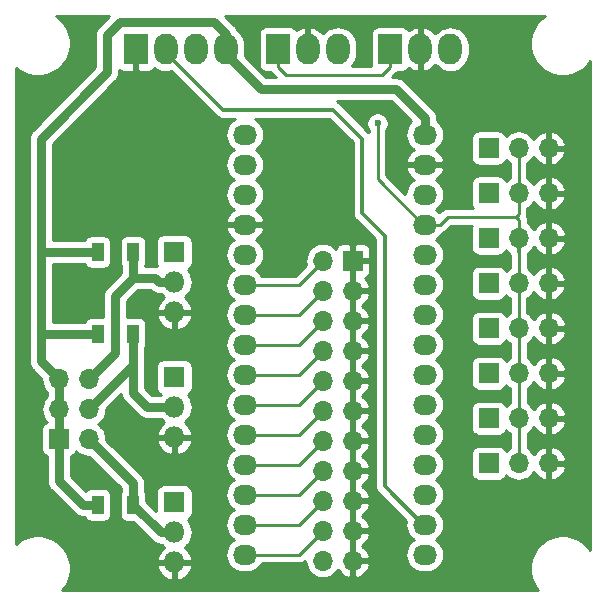
<source format=gbr>
G04 #@! TF.GenerationSoftware,KiCad,Pcbnew,(5.1.4)-1*
G04 #@! TF.CreationDate,2019-12-11T21:25:01-08:00*
G04 #@! TF.ProjectId,NANO IO,4e414e4f-2049-44f2-9e6b-696361645f70,-*
G04 #@! TF.SameCoordinates,Original*
G04 #@! TF.FileFunction,Copper,L2,Bot*
G04 #@! TF.FilePolarity,Positive*
%FSLAX46Y46*%
G04 Gerber Fmt 4.6, Leading zero omitted, Abs format (unit mm)*
G04 Created by KiCad (PCBNEW (5.1.4)-1) date 2019-12-11 21:25:01*
%MOMM*%
%LPD*%
G04 APERTURE LIST*
%ADD10R,2.000000X2.600000*%
%ADD11O,2.000000X2.600000*%
%ADD12O,2.032000X1.727200*%
%ADD13R,1.800000X1.800000*%
%ADD14O,1.800000X1.800000*%
%ADD15R,1.000000X1.600000*%
%ADD16R,1.700000X1.700000*%
%ADD17O,1.700000X1.700000*%
%ADD18C,0.600000*%
%ADD19C,0.228600*%
%ADD20C,0.304800*%
%ADD21C,0.762000*%
%ADD22C,0.254000*%
G04 APERTURE END LIST*
D10*
X137848737Y-65278000D03*
D11*
X140388737Y-65278000D03*
X142928737Y-65278000D03*
X145468737Y-65278000D03*
D12*
X147066000Y-72517000D03*
X147066000Y-75057000D03*
X147066000Y-77597000D03*
X147066000Y-80137000D03*
X147066000Y-82677000D03*
X147066000Y-85217000D03*
X147066000Y-87757000D03*
X147066000Y-90297000D03*
X147066000Y-92837000D03*
X147066000Y-95377000D03*
X147066000Y-97917000D03*
X147066000Y-100457000D03*
X147066000Y-102997000D03*
X147066000Y-105537000D03*
X147066000Y-108077000D03*
X162306000Y-72517000D03*
X162306000Y-75057000D03*
X162306000Y-77597000D03*
X162306000Y-80137000D03*
X162306000Y-82677000D03*
X162306000Y-85217000D03*
X162306000Y-87757000D03*
X162306000Y-90297000D03*
X162306000Y-92837000D03*
X162306000Y-95377000D03*
X162306000Y-97917000D03*
X162306000Y-100457000D03*
X162306000Y-102997000D03*
X162306000Y-105537000D03*
X162306000Y-108077000D03*
D13*
X141100000Y-103660000D03*
D14*
X141100000Y-106200000D03*
X141100000Y-108740000D03*
D10*
X149860000Y-65278000D03*
D11*
X152400000Y-65278000D03*
X154940000Y-65278000D03*
D10*
X159385000Y-65278000D03*
D11*
X161925000Y-65278000D03*
X164465000Y-65278000D03*
D15*
X134600000Y-82460000D03*
X137600000Y-82460000D03*
X134600000Y-89360000D03*
X137600000Y-89360000D03*
X134600000Y-103860000D03*
X137600000Y-103860000D03*
D16*
X156210000Y-83185000D03*
D17*
X153670000Y-83185000D03*
X156210000Y-85725000D03*
X153670000Y-85725000D03*
X156210000Y-88265000D03*
X153670000Y-88265000D03*
X156210000Y-90805000D03*
X153670000Y-90805000D03*
X156210000Y-93345000D03*
X153670000Y-93345000D03*
X156210000Y-95885000D03*
X153670000Y-95885000D03*
X156210000Y-98425000D03*
X153670000Y-98425000D03*
X156210000Y-100965000D03*
X153670000Y-100965000D03*
X156210000Y-103505000D03*
X153670000Y-103505000D03*
X156210000Y-106045000D03*
X153670000Y-106045000D03*
X156210000Y-108585000D03*
X153670000Y-108585000D03*
D16*
X167720000Y-100329996D03*
D17*
X170260000Y-100329996D03*
X172800000Y-100329996D03*
D16*
X167720000Y-96518568D03*
D17*
X170260000Y-96518568D03*
X172800000Y-96518568D03*
D16*
X167720000Y-92707140D03*
D17*
X170260000Y-92707140D03*
X172800000Y-92707140D03*
D16*
X167720000Y-88895712D03*
D17*
X170260000Y-88895712D03*
X172800000Y-88895712D03*
D16*
X167700000Y-85084284D03*
D17*
X170240000Y-85084284D03*
X172780000Y-85084284D03*
D16*
X167720000Y-81272856D03*
D17*
X170260000Y-81272856D03*
X172800000Y-81272856D03*
D16*
X167700000Y-77461428D03*
D17*
X170240000Y-77461428D03*
X172780000Y-77461428D03*
D16*
X167700000Y-73650000D03*
D17*
X170240000Y-73650000D03*
X172780000Y-73650000D03*
D13*
X141100000Y-93060000D03*
D14*
X141100000Y-95600000D03*
X141100000Y-98140000D03*
D13*
X141100000Y-82480000D03*
D14*
X141100000Y-85020000D03*
X141100000Y-87560000D03*
D16*
X131318000Y-98298000D03*
D17*
X133858000Y-98298000D03*
X131318000Y-95758000D03*
X133858000Y-95758000D03*
X131318000Y-93218000D03*
X133858000Y-93218000D03*
D18*
X158300000Y-71560000D03*
D19*
X147193000Y-72390000D02*
X147066000Y-72517000D01*
X147066000Y-85217000D02*
X151638000Y-85217000D01*
X151638000Y-85217000D02*
X153670000Y-83185000D01*
X147066000Y-87757000D02*
X151638000Y-87757000D01*
X151638000Y-87757000D02*
X153670000Y-85725000D01*
X147066000Y-90297000D02*
X151638000Y-90297000D01*
X151638000Y-90297000D02*
X153670000Y-88265000D01*
X147066000Y-92837000D02*
X151638000Y-92837000D01*
X151638000Y-92837000D02*
X153670000Y-90805000D01*
X147066000Y-95377000D02*
X151638000Y-95377000D01*
X151638000Y-95377000D02*
X153670000Y-93345000D01*
X147066000Y-97917000D02*
X151638000Y-97917000D01*
X151638000Y-97917000D02*
X153670000Y-95885000D01*
X147066000Y-100457000D02*
X151638000Y-100457000D01*
X151638000Y-100457000D02*
X153670000Y-98425000D01*
X147066000Y-102997000D02*
X151638000Y-102997000D01*
X151638000Y-102997000D02*
X153670000Y-100965000D01*
X158300000Y-76283400D02*
X158300000Y-71560000D01*
X162306000Y-80137000D02*
X162153600Y-80137000D01*
X162153600Y-80137000D02*
X158300000Y-76283400D01*
X142928737Y-65278000D02*
X142928737Y-65578000D01*
X170260000Y-96518568D02*
X170260000Y-97720649D01*
X170260000Y-97720649D02*
X170260000Y-100329996D01*
X170260000Y-92707140D02*
X170260000Y-93909221D01*
X170260000Y-93909221D02*
X170260000Y-96518568D01*
X170260000Y-88895712D02*
X170260000Y-92707140D01*
X170240000Y-85084284D02*
X170240000Y-88875712D01*
X170240000Y-88875712D02*
X170260000Y-88895712D01*
X170260000Y-81272856D02*
X170260000Y-85064284D01*
X170260000Y-85064284D02*
X170240000Y-85084284D01*
X170240000Y-77461428D02*
X170240000Y-76259347D01*
X170240000Y-76259347D02*
X170240000Y-73650000D01*
X170000000Y-79460000D02*
X170240000Y-79220000D01*
X170240000Y-79220000D02*
X170240000Y-77461428D01*
X170000000Y-79460000D02*
X170260000Y-79720000D01*
X170260000Y-79720000D02*
X170260000Y-81272856D01*
X164227600Y-79460000D02*
X170000000Y-79460000D01*
X162306000Y-80137000D02*
X163550600Y-80137000D01*
X163550600Y-80137000D02*
X164227600Y-79460000D01*
X162306000Y-80137000D02*
X162890902Y-80137000D01*
X170180000Y-81280000D02*
X170180000Y-82482081D01*
D20*
X154545716Y-70405716D02*
X156988789Y-72848789D01*
X140388737Y-65278000D02*
X140388737Y-65578000D01*
X162153600Y-105537000D02*
X162306000Y-105537000D01*
X145216453Y-70405716D02*
X154545716Y-70405716D01*
X140388737Y-65578000D02*
X145216453Y-70405716D01*
X156988789Y-72848789D02*
X156988789Y-79148789D01*
X156988789Y-79148789D02*
X158900000Y-81060000D01*
X158900000Y-81060000D02*
X158900000Y-102283400D01*
X158900000Y-102283400D02*
X162153600Y-105537000D01*
D19*
X147066000Y-105537000D02*
X151638000Y-105537000D01*
X151638000Y-105537000D02*
X153670000Y-103505000D01*
X147066000Y-108077000D02*
X151638000Y-108077000D01*
X151638000Y-108077000D02*
X153670000Y-106045000D01*
D21*
X145468737Y-65278000D02*
X145468737Y-63992356D01*
X129794000Y-72848895D02*
X129794000Y-82460000D01*
X145468737Y-63992356D02*
X144425241Y-62948860D01*
X144425241Y-62948860D02*
X136522530Y-62948860D01*
X136522530Y-62948860D02*
X135400000Y-64071390D01*
X135400000Y-64071390D02*
X135400000Y-67242895D01*
X135400000Y-67242895D02*
X129794000Y-72848895D01*
X145468737Y-65703457D02*
X148448737Y-68683457D01*
X148448737Y-68683457D02*
X159881187Y-68683457D01*
X159881187Y-68683457D02*
X162306000Y-71108270D01*
X162306000Y-71108270D02*
X162306000Y-72517000D01*
X129794000Y-82460000D02*
X129794000Y-89360000D01*
X134600000Y-82460000D02*
X133338000Y-82460000D01*
X133338000Y-82460000D02*
X129794000Y-82460000D01*
X129794000Y-89360000D02*
X129794000Y-90060000D01*
X134600000Y-89360000D02*
X133338000Y-89360000D01*
X133338000Y-89360000D02*
X129794000Y-89360000D01*
X134600000Y-103860000D02*
X133338000Y-103860000D01*
X131318000Y-101840000D02*
X131318000Y-99910000D01*
X133338000Y-103860000D02*
X131318000Y-101840000D01*
X131318000Y-99910000D02*
X131318000Y-98298000D01*
X131318000Y-95758000D02*
X131318000Y-98298000D01*
X131318000Y-93218000D02*
X131318000Y-95758000D01*
X129794000Y-91694000D02*
X131318000Y-93218000D01*
X131318000Y-93218000D02*
X131318000Y-98298000D01*
X129794000Y-91694000D02*
X129794000Y-90060000D01*
X129794000Y-90004000D02*
X129794000Y-90060000D01*
X131064000Y-92964000D02*
X131318000Y-93218000D01*
D19*
X149860000Y-65278000D02*
X149860000Y-66806600D01*
X149860000Y-66806600D02*
X150539901Y-67486501D01*
X150539901Y-67486501D02*
X158658528Y-67486501D01*
X158658528Y-67486501D02*
X159385000Y-66760029D01*
X159385000Y-66760029D02*
X159385000Y-65278000D01*
D21*
X133858000Y-93218000D02*
X136075989Y-91000011D01*
X136075989Y-91000011D02*
X136075989Y-86184011D01*
X137600000Y-84660000D02*
X137600000Y-82460000D01*
X136075989Y-86184011D02*
X137600000Y-84660000D01*
X139467208Y-84660000D02*
X137600000Y-84660000D01*
X139827208Y-85020000D02*
X139467208Y-84660000D01*
X141100000Y-85020000D02*
X139827208Y-85020000D01*
X137600000Y-89360000D02*
X137600000Y-92016000D01*
X137600000Y-92016000D02*
X133858000Y-95758000D01*
X141100000Y-95600000D02*
X138805400Y-95600000D01*
X137600000Y-94394600D02*
X137600000Y-92016000D01*
X138805400Y-95600000D02*
X137600000Y-94394600D01*
X137600000Y-103860000D02*
X137600000Y-102040000D01*
X137600000Y-102040000D02*
X133858000Y-98298000D01*
X139940000Y-106200000D02*
X137600000Y-103860000D01*
X141100000Y-106200000D02*
X139940000Y-106200000D01*
X140960465Y-103860000D02*
X141160465Y-103660000D01*
X141160465Y-103660000D02*
X141100000Y-103660000D01*
D22*
G36*
X134716872Y-63317678D02*
G01*
X134678104Y-63349494D01*
X134551140Y-63504200D01*
X134456798Y-63680704D01*
X134404375Y-63853518D01*
X134398702Y-63872220D01*
X134379085Y-64071390D01*
X134384000Y-64121292D01*
X134384001Y-66822053D01*
X129110872Y-72095183D01*
X129072104Y-72126999D01*
X128945140Y-72281705D01*
X128850798Y-72458209D01*
X128792702Y-72649724D01*
X128792702Y-72649725D01*
X128773085Y-72848895D01*
X128778000Y-72898797D01*
X128778001Y-82410088D01*
X128773085Y-82460000D01*
X128778000Y-82509902D01*
X128778001Y-89310088D01*
X128773085Y-89360000D01*
X128778000Y-89409902D01*
X128778000Y-90109902D01*
X128778001Y-90109912D01*
X128778000Y-91644098D01*
X128773085Y-91694000D01*
X128778000Y-91743901D01*
X128792702Y-91893170D01*
X128850798Y-92084686D01*
X128945140Y-92261190D01*
X129072104Y-92415896D01*
X129110872Y-92447712D01*
X129830777Y-93167618D01*
X129825815Y-93218000D01*
X129854487Y-93509111D01*
X129939401Y-93789034D01*
X130077294Y-94047014D01*
X130262866Y-94273134D01*
X130302000Y-94305251D01*
X130302000Y-94670749D01*
X130262866Y-94702866D01*
X130077294Y-94928986D01*
X129939401Y-95186966D01*
X129854487Y-95466889D01*
X129825815Y-95758000D01*
X129854487Y-96049111D01*
X129939401Y-96329034D01*
X130077294Y-96587014D01*
X130262866Y-96813134D01*
X130292687Y-96837607D01*
X130223820Y-96858498D01*
X130113506Y-96917463D01*
X130016815Y-96996815D01*
X129937463Y-97093506D01*
X129878498Y-97203820D01*
X129842188Y-97323518D01*
X129829928Y-97448000D01*
X129829928Y-99148000D01*
X129842188Y-99272482D01*
X129878498Y-99392180D01*
X129937463Y-99502494D01*
X130016815Y-99599185D01*
X130113506Y-99678537D01*
X130223820Y-99737502D01*
X130302000Y-99761218D01*
X130302000Y-99959901D01*
X130302001Y-99959911D01*
X130302000Y-101790098D01*
X130297085Y-101840000D01*
X130302000Y-101889901D01*
X130316702Y-102039170D01*
X130374798Y-102230686D01*
X130469140Y-102407190D01*
X130596104Y-102561896D01*
X130634872Y-102593712D01*
X132584292Y-104543133D01*
X132616104Y-104581896D01*
X132770810Y-104708860D01*
X132947313Y-104803202D01*
X133073195Y-104841388D01*
X133138828Y-104861298D01*
X133158177Y-104863204D01*
X133288098Y-104876000D01*
X133288105Y-104876000D01*
X133337999Y-104880914D01*
X133387893Y-104876000D01*
X133501950Y-104876000D01*
X133510498Y-104904180D01*
X133569463Y-105014494D01*
X133648815Y-105111185D01*
X133745506Y-105190537D01*
X133855820Y-105249502D01*
X133975518Y-105285812D01*
X134100000Y-105298072D01*
X135100000Y-105298072D01*
X135224482Y-105285812D01*
X135344180Y-105249502D01*
X135454494Y-105190537D01*
X135551185Y-105111185D01*
X135630537Y-105014494D01*
X135689502Y-104904180D01*
X135725812Y-104784482D01*
X135738072Y-104660000D01*
X135738072Y-103060000D01*
X135725812Y-102935518D01*
X135689502Y-102815820D01*
X135630537Y-102705506D01*
X135551185Y-102608815D01*
X135454494Y-102529463D01*
X135344180Y-102470498D01*
X135224482Y-102434188D01*
X135100000Y-102421928D01*
X134100000Y-102421928D01*
X133975518Y-102434188D01*
X133855820Y-102470498D01*
X133745506Y-102529463D01*
X133648815Y-102608815D01*
X133592399Y-102677558D01*
X132334000Y-101419160D01*
X132334000Y-99761218D01*
X132412180Y-99737502D01*
X132522494Y-99678537D01*
X132619185Y-99599185D01*
X132698537Y-99502494D01*
X132757502Y-99392180D01*
X132778393Y-99323313D01*
X132802866Y-99353134D01*
X133028986Y-99538706D01*
X133286966Y-99676599D01*
X133566889Y-99761513D01*
X133785050Y-99783000D01*
X133906160Y-99783000D01*
X136584001Y-102460842D01*
X136584001Y-102687792D01*
X136569463Y-102705506D01*
X136510498Y-102815820D01*
X136474188Y-102935518D01*
X136461928Y-103060000D01*
X136461928Y-104660000D01*
X136474188Y-104784482D01*
X136510498Y-104904180D01*
X136569463Y-105014494D01*
X136648815Y-105111185D01*
X136745506Y-105190537D01*
X136855820Y-105249502D01*
X136975518Y-105285812D01*
X137100000Y-105298072D01*
X137601232Y-105298072D01*
X139186292Y-106883133D01*
X139218104Y-106921896D01*
X139372810Y-107048860D01*
X139508687Y-107121487D01*
X139549313Y-107143202D01*
X139740829Y-107201298D01*
X139940000Y-107220915D01*
X139951195Y-107219812D01*
X140009339Y-107290661D01*
X140237142Y-107477614D01*
X140062884Y-107608351D01*
X139862038Y-107832427D01*
X139708766Y-108091380D01*
X139608959Y-108375259D01*
X139729008Y-108613000D01*
X140973000Y-108613000D01*
X140973000Y-108593000D01*
X141227000Y-108593000D01*
X141227000Y-108613000D01*
X142470992Y-108613000D01*
X142591041Y-108375259D01*
X142491234Y-108091380D01*
X142337962Y-107832427D01*
X142137116Y-107608351D01*
X141962858Y-107477614D01*
X142190661Y-107290661D01*
X142382481Y-107056927D01*
X142525017Y-106790261D01*
X142612790Y-106500913D01*
X142642427Y-106200000D01*
X142612790Y-105899087D01*
X142525017Y-105609739D01*
X142382481Y-105343073D01*
X142227720Y-105154495D01*
X142244180Y-105149502D01*
X142354494Y-105090537D01*
X142451185Y-105011185D01*
X142530537Y-104914494D01*
X142589502Y-104804180D01*
X142625812Y-104684482D01*
X142638072Y-104560000D01*
X142638072Y-102760000D01*
X142625812Y-102635518D01*
X142589502Y-102515820D01*
X142530537Y-102405506D01*
X142451185Y-102308815D01*
X142354494Y-102229463D01*
X142244180Y-102170498D01*
X142124482Y-102134188D01*
X142000000Y-102121928D01*
X140200000Y-102121928D01*
X140075518Y-102134188D01*
X139955820Y-102170498D01*
X139845506Y-102229463D01*
X139748815Y-102308815D01*
X139669463Y-102405506D01*
X139610498Y-102515820D01*
X139574188Y-102635518D01*
X139561928Y-102760000D01*
X139561928Y-104385087D01*
X138738072Y-103561232D01*
X138738072Y-103060000D01*
X138725812Y-102935518D01*
X138689502Y-102815820D01*
X138630537Y-102705506D01*
X138616000Y-102687793D01*
X138616000Y-102089901D01*
X138620915Y-102039999D01*
X138601298Y-101840829D01*
X138587097Y-101794014D01*
X138543202Y-101649313D01*
X138448860Y-101472810D01*
X138321896Y-101318104D01*
X138283133Y-101286292D01*
X135501582Y-98504741D01*
X139608959Y-98504741D01*
X139708766Y-98788620D01*
X139862038Y-99047573D01*
X140062884Y-99271649D01*
X140303586Y-99452236D01*
X140574893Y-99582394D01*
X140735260Y-99631036D01*
X140973000Y-99510378D01*
X140973000Y-98267000D01*
X141227000Y-98267000D01*
X141227000Y-99510378D01*
X141464740Y-99631036D01*
X141625107Y-99582394D01*
X141896414Y-99452236D01*
X142137116Y-99271649D01*
X142337962Y-99047573D01*
X142491234Y-98788620D01*
X142591041Y-98504741D01*
X142470992Y-98267000D01*
X141227000Y-98267000D01*
X140973000Y-98267000D01*
X139729008Y-98267000D01*
X139608959Y-98504741D01*
X135501582Y-98504741D01*
X135345223Y-98348383D01*
X135350185Y-98298000D01*
X135321513Y-98006889D01*
X135236599Y-97726966D01*
X135098706Y-97468986D01*
X134913134Y-97242866D01*
X134687014Y-97057294D01*
X134632209Y-97028000D01*
X134687014Y-96998706D01*
X134913134Y-96813134D01*
X135098706Y-96587014D01*
X135236599Y-96329034D01*
X135321513Y-96049111D01*
X135350185Y-95758000D01*
X135345223Y-95707617D01*
X136586182Y-94466658D01*
X136598702Y-94593770D01*
X136656798Y-94785286D01*
X136751140Y-94961790D01*
X136878104Y-95116496D01*
X136916872Y-95148312D01*
X138051692Y-96283133D01*
X138083504Y-96321896D01*
X138238210Y-96448860D01*
X138414713Y-96543202D01*
X138606229Y-96601298D01*
X138805399Y-96620915D01*
X138855301Y-96616000D01*
X139948066Y-96616000D01*
X140009339Y-96690661D01*
X140237142Y-96877614D01*
X140062884Y-97008351D01*
X139862038Y-97232427D01*
X139708766Y-97491380D01*
X139608959Y-97775259D01*
X139729008Y-98013000D01*
X140973000Y-98013000D01*
X140973000Y-97993000D01*
X141227000Y-97993000D01*
X141227000Y-98013000D01*
X142470992Y-98013000D01*
X142591041Y-97775259D01*
X142491234Y-97491380D01*
X142337962Y-97232427D01*
X142137116Y-97008351D01*
X141962858Y-96877614D01*
X142190661Y-96690661D01*
X142382481Y-96456927D01*
X142525017Y-96190261D01*
X142612790Y-95900913D01*
X142642427Y-95600000D01*
X142612790Y-95299087D01*
X142525017Y-95009739D01*
X142382481Y-94743073D01*
X142227720Y-94554495D01*
X142244180Y-94549502D01*
X142354494Y-94490537D01*
X142451185Y-94411185D01*
X142530537Y-94314494D01*
X142589502Y-94204180D01*
X142625812Y-94084482D01*
X142638072Y-93960000D01*
X142638072Y-92160000D01*
X142625812Y-92035518D01*
X142589502Y-91915820D01*
X142530537Y-91805506D01*
X142451185Y-91708815D01*
X142354494Y-91629463D01*
X142244180Y-91570498D01*
X142124482Y-91534188D01*
X142000000Y-91521928D01*
X140200000Y-91521928D01*
X140075518Y-91534188D01*
X139955820Y-91570498D01*
X139845506Y-91629463D01*
X139748815Y-91708815D01*
X139669463Y-91805506D01*
X139610498Y-91915820D01*
X139574188Y-92035518D01*
X139561928Y-92160000D01*
X139561928Y-93960000D01*
X139574188Y-94084482D01*
X139610498Y-94204180D01*
X139669463Y-94314494D01*
X139748815Y-94411185D01*
X139845506Y-94490537D01*
X139955820Y-94549502D01*
X139972280Y-94554495D01*
X139948066Y-94584000D01*
X139226241Y-94584000D01*
X138616000Y-93973760D01*
X138616000Y-92065902D01*
X138620915Y-92016001D01*
X138616000Y-91966098D01*
X138616000Y-90532207D01*
X138630537Y-90514494D01*
X138689502Y-90404180D01*
X138725812Y-90284482D01*
X138738072Y-90160000D01*
X138738072Y-88560000D01*
X138725812Y-88435518D01*
X138689502Y-88315820D01*
X138630537Y-88205506D01*
X138551185Y-88108815D01*
X138454494Y-88029463D01*
X138344180Y-87970498D01*
X138224482Y-87934188D01*
X138128562Y-87924741D01*
X139608959Y-87924741D01*
X139708766Y-88208620D01*
X139862038Y-88467573D01*
X140062884Y-88691649D01*
X140303586Y-88872236D01*
X140574893Y-89002394D01*
X140735260Y-89051036D01*
X140973000Y-88930378D01*
X140973000Y-87687000D01*
X141227000Y-87687000D01*
X141227000Y-88930378D01*
X141464740Y-89051036D01*
X141625107Y-89002394D01*
X141896414Y-88872236D01*
X142137116Y-88691649D01*
X142337962Y-88467573D01*
X142491234Y-88208620D01*
X142591041Y-87924741D01*
X142470992Y-87687000D01*
X141227000Y-87687000D01*
X140973000Y-87687000D01*
X139729008Y-87687000D01*
X139608959Y-87924741D01*
X138128562Y-87924741D01*
X138100000Y-87921928D01*
X137100000Y-87921928D01*
X137091989Y-87922717D01*
X137091989Y-86604851D01*
X138020841Y-85676000D01*
X139046368Y-85676000D01*
X139073495Y-85703127D01*
X139105312Y-85741896D01*
X139260018Y-85868860D01*
X139422031Y-85955457D01*
X139436521Y-85963202D01*
X139628037Y-86021298D01*
X139827208Y-86040915D01*
X139877110Y-86036000D01*
X139948066Y-86036000D01*
X140009339Y-86110661D01*
X140237142Y-86297614D01*
X140062884Y-86428351D01*
X139862038Y-86652427D01*
X139708766Y-86911380D01*
X139608959Y-87195259D01*
X139729008Y-87433000D01*
X140973000Y-87433000D01*
X140973000Y-87413000D01*
X141227000Y-87413000D01*
X141227000Y-87433000D01*
X142470992Y-87433000D01*
X142591041Y-87195259D01*
X142491234Y-86911380D01*
X142337962Y-86652427D01*
X142137116Y-86428351D01*
X141962858Y-86297614D01*
X142190661Y-86110661D01*
X142382481Y-85876927D01*
X142525017Y-85610261D01*
X142612790Y-85320913D01*
X142642427Y-85020000D01*
X142612790Y-84719087D01*
X142525017Y-84429739D01*
X142382481Y-84163073D01*
X142227720Y-83974495D01*
X142244180Y-83969502D01*
X142354494Y-83910537D01*
X142451185Y-83831185D01*
X142530537Y-83734494D01*
X142589502Y-83624180D01*
X142625812Y-83504482D01*
X142638072Y-83380000D01*
X142638072Y-82677000D01*
X145407749Y-82677000D01*
X145436684Y-82970777D01*
X145522375Y-83253264D01*
X145661531Y-83513606D01*
X145848803Y-83741797D01*
X146076994Y-83929069D01*
X146110540Y-83947000D01*
X146076994Y-83964931D01*
X145848803Y-84152203D01*
X145661531Y-84380394D01*
X145522375Y-84640736D01*
X145436684Y-84923223D01*
X145407749Y-85217000D01*
X145436684Y-85510777D01*
X145522375Y-85793264D01*
X145661531Y-86053606D01*
X145848803Y-86281797D01*
X146076994Y-86469069D01*
X146110540Y-86487000D01*
X146076994Y-86504931D01*
X145848803Y-86692203D01*
X145661531Y-86920394D01*
X145522375Y-87180736D01*
X145436684Y-87463223D01*
X145407749Y-87757000D01*
X145436684Y-88050777D01*
X145522375Y-88333264D01*
X145661531Y-88593606D01*
X145848803Y-88821797D01*
X146076994Y-89009069D01*
X146110540Y-89027000D01*
X146076994Y-89044931D01*
X145848803Y-89232203D01*
X145661531Y-89460394D01*
X145522375Y-89720736D01*
X145436684Y-90003223D01*
X145407749Y-90297000D01*
X145436684Y-90590777D01*
X145522375Y-90873264D01*
X145661531Y-91133606D01*
X145848803Y-91361797D01*
X146076994Y-91549069D01*
X146110540Y-91567000D01*
X146076994Y-91584931D01*
X145848803Y-91772203D01*
X145661531Y-92000394D01*
X145522375Y-92260736D01*
X145436684Y-92543223D01*
X145407749Y-92837000D01*
X145436684Y-93130777D01*
X145522375Y-93413264D01*
X145661531Y-93673606D01*
X145848803Y-93901797D01*
X146076994Y-94089069D01*
X146110540Y-94107000D01*
X146076994Y-94124931D01*
X145848803Y-94312203D01*
X145661531Y-94540394D01*
X145522375Y-94800736D01*
X145436684Y-95083223D01*
X145407749Y-95377000D01*
X145436684Y-95670777D01*
X145522375Y-95953264D01*
X145661531Y-96213606D01*
X145848803Y-96441797D01*
X146076994Y-96629069D01*
X146110540Y-96647000D01*
X146076994Y-96664931D01*
X145848803Y-96852203D01*
X145661531Y-97080394D01*
X145522375Y-97340736D01*
X145436684Y-97623223D01*
X145407749Y-97917000D01*
X145436684Y-98210777D01*
X145522375Y-98493264D01*
X145661531Y-98753606D01*
X145848803Y-98981797D01*
X146076994Y-99169069D01*
X146110540Y-99187000D01*
X146076994Y-99204931D01*
X145848803Y-99392203D01*
X145661531Y-99620394D01*
X145522375Y-99880736D01*
X145436684Y-100163223D01*
X145407749Y-100457000D01*
X145436684Y-100750777D01*
X145522375Y-101033264D01*
X145661531Y-101293606D01*
X145848803Y-101521797D01*
X146076994Y-101709069D01*
X146110540Y-101727000D01*
X146076994Y-101744931D01*
X145848803Y-101932203D01*
X145661531Y-102160394D01*
X145522375Y-102420736D01*
X145436684Y-102703223D01*
X145407749Y-102997000D01*
X145436684Y-103290777D01*
X145522375Y-103573264D01*
X145661531Y-103833606D01*
X145848803Y-104061797D01*
X146076994Y-104249069D01*
X146110540Y-104267000D01*
X146076994Y-104284931D01*
X145848803Y-104472203D01*
X145661531Y-104700394D01*
X145522375Y-104960736D01*
X145436684Y-105243223D01*
X145407749Y-105537000D01*
X145436684Y-105830777D01*
X145522375Y-106113264D01*
X145661531Y-106373606D01*
X145848803Y-106601797D01*
X146076994Y-106789069D01*
X146110540Y-106807000D01*
X146076994Y-106824931D01*
X145848803Y-107012203D01*
X145661531Y-107240394D01*
X145522375Y-107500736D01*
X145436684Y-107783223D01*
X145407749Y-108077000D01*
X145436684Y-108370777D01*
X145522375Y-108653264D01*
X145661531Y-108913606D01*
X145848803Y-109141797D01*
X146076994Y-109329069D01*
X146337336Y-109468225D01*
X146619823Y-109553916D01*
X146839981Y-109575600D01*
X147292019Y-109575600D01*
X147512177Y-109553916D01*
X147794664Y-109468225D01*
X148055006Y-109329069D01*
X148283197Y-109141797D01*
X148470469Y-108913606D01*
X148517135Y-108826300D01*
X151601205Y-108826300D01*
X151638000Y-108829924D01*
X151674795Y-108826300D01*
X151674806Y-108826300D01*
X151784888Y-108815458D01*
X151926132Y-108772612D01*
X152056303Y-108703034D01*
X152170398Y-108609398D01*
X152179166Y-108598715D01*
X152206487Y-108876111D01*
X152291401Y-109156034D01*
X152429294Y-109414014D01*
X152614866Y-109640134D01*
X152840986Y-109825706D01*
X153098966Y-109963599D01*
X153378889Y-110048513D01*
X153597050Y-110070000D01*
X153742950Y-110070000D01*
X153961111Y-110048513D01*
X154241034Y-109963599D01*
X154499014Y-109825706D01*
X154725134Y-109640134D01*
X154910706Y-109414014D01*
X154941584Y-109356244D01*
X155112412Y-109585269D01*
X155328645Y-109780178D01*
X155578748Y-109929157D01*
X155853109Y-110026481D01*
X156083000Y-109905814D01*
X156083000Y-108712000D01*
X156337000Y-108712000D01*
X156337000Y-109905814D01*
X156566891Y-110026481D01*
X156841252Y-109929157D01*
X157091355Y-109780178D01*
X157307588Y-109585269D01*
X157481641Y-109351920D01*
X157606825Y-109089099D01*
X157651476Y-108941890D01*
X157530155Y-108712000D01*
X156337000Y-108712000D01*
X156083000Y-108712000D01*
X156063000Y-108712000D01*
X156063000Y-108458000D01*
X156083000Y-108458000D01*
X156083000Y-106172000D01*
X156337000Y-106172000D01*
X156337000Y-108458000D01*
X157530155Y-108458000D01*
X157651476Y-108228110D01*
X157606825Y-108080901D01*
X157481641Y-107818080D01*
X157307588Y-107584731D01*
X157091355Y-107389822D01*
X156965745Y-107315000D01*
X157091355Y-107240178D01*
X157307588Y-107045269D01*
X157481641Y-106811920D01*
X157606825Y-106549099D01*
X157651476Y-106401890D01*
X157530155Y-106172000D01*
X156337000Y-106172000D01*
X156083000Y-106172000D01*
X156063000Y-106172000D01*
X156063000Y-105918000D01*
X156083000Y-105918000D01*
X156083000Y-103632000D01*
X156337000Y-103632000D01*
X156337000Y-105918000D01*
X157530155Y-105918000D01*
X157651476Y-105688110D01*
X157606825Y-105540901D01*
X157481641Y-105278080D01*
X157307588Y-105044731D01*
X157091355Y-104849822D01*
X156965745Y-104775000D01*
X157091355Y-104700178D01*
X157307588Y-104505269D01*
X157481641Y-104271920D01*
X157606825Y-104009099D01*
X157651476Y-103861890D01*
X157530155Y-103632000D01*
X156337000Y-103632000D01*
X156083000Y-103632000D01*
X156063000Y-103632000D01*
X156063000Y-103378000D01*
X156083000Y-103378000D01*
X156083000Y-101092000D01*
X156337000Y-101092000D01*
X156337000Y-103378000D01*
X157530155Y-103378000D01*
X157651476Y-103148110D01*
X157606825Y-103000901D01*
X157481641Y-102738080D01*
X157307588Y-102504731D01*
X157091355Y-102309822D01*
X156965745Y-102235000D01*
X157091355Y-102160178D01*
X157307588Y-101965269D01*
X157481641Y-101731920D01*
X157606825Y-101469099D01*
X157651476Y-101321890D01*
X157530155Y-101092000D01*
X156337000Y-101092000D01*
X156083000Y-101092000D01*
X156063000Y-101092000D01*
X156063000Y-100838000D01*
X156083000Y-100838000D01*
X156083000Y-98552000D01*
X156337000Y-98552000D01*
X156337000Y-100838000D01*
X157530155Y-100838000D01*
X157651476Y-100608110D01*
X157606825Y-100460901D01*
X157481641Y-100198080D01*
X157307588Y-99964731D01*
X157091355Y-99769822D01*
X156965745Y-99695000D01*
X157091355Y-99620178D01*
X157307588Y-99425269D01*
X157481641Y-99191920D01*
X157606825Y-98929099D01*
X157651476Y-98781890D01*
X157530155Y-98552000D01*
X156337000Y-98552000D01*
X156083000Y-98552000D01*
X156063000Y-98552000D01*
X156063000Y-98298000D01*
X156083000Y-98298000D01*
X156083000Y-96012000D01*
X156337000Y-96012000D01*
X156337000Y-98298000D01*
X157530155Y-98298000D01*
X157651476Y-98068110D01*
X157606825Y-97920901D01*
X157481641Y-97658080D01*
X157307588Y-97424731D01*
X157091355Y-97229822D01*
X156965745Y-97155000D01*
X157091355Y-97080178D01*
X157307588Y-96885269D01*
X157481641Y-96651920D01*
X157606825Y-96389099D01*
X157651476Y-96241890D01*
X157530155Y-96012000D01*
X156337000Y-96012000D01*
X156083000Y-96012000D01*
X156063000Y-96012000D01*
X156063000Y-95758000D01*
X156083000Y-95758000D01*
X156083000Y-93472000D01*
X156337000Y-93472000D01*
X156337000Y-95758000D01*
X157530155Y-95758000D01*
X157651476Y-95528110D01*
X157606825Y-95380901D01*
X157481641Y-95118080D01*
X157307588Y-94884731D01*
X157091355Y-94689822D01*
X156965745Y-94615000D01*
X157091355Y-94540178D01*
X157307588Y-94345269D01*
X157481641Y-94111920D01*
X157606825Y-93849099D01*
X157651476Y-93701890D01*
X157530155Y-93472000D01*
X156337000Y-93472000D01*
X156083000Y-93472000D01*
X156063000Y-93472000D01*
X156063000Y-93218000D01*
X156083000Y-93218000D01*
X156083000Y-90932000D01*
X156337000Y-90932000D01*
X156337000Y-93218000D01*
X157530155Y-93218000D01*
X157651476Y-92988110D01*
X157606825Y-92840901D01*
X157481641Y-92578080D01*
X157307588Y-92344731D01*
X157091355Y-92149822D01*
X156965745Y-92075000D01*
X157091355Y-92000178D01*
X157307588Y-91805269D01*
X157481641Y-91571920D01*
X157606825Y-91309099D01*
X157651476Y-91161890D01*
X157530155Y-90932000D01*
X156337000Y-90932000D01*
X156083000Y-90932000D01*
X156063000Y-90932000D01*
X156063000Y-90678000D01*
X156083000Y-90678000D01*
X156083000Y-88392000D01*
X156337000Y-88392000D01*
X156337000Y-90678000D01*
X157530155Y-90678000D01*
X157651476Y-90448110D01*
X157606825Y-90300901D01*
X157481641Y-90038080D01*
X157307588Y-89804731D01*
X157091355Y-89609822D01*
X156965745Y-89535000D01*
X157091355Y-89460178D01*
X157307588Y-89265269D01*
X157481641Y-89031920D01*
X157606825Y-88769099D01*
X157651476Y-88621890D01*
X157530155Y-88392000D01*
X156337000Y-88392000D01*
X156083000Y-88392000D01*
X156063000Y-88392000D01*
X156063000Y-88138000D01*
X156083000Y-88138000D01*
X156083000Y-85852000D01*
X156337000Y-85852000D01*
X156337000Y-88138000D01*
X157530155Y-88138000D01*
X157651476Y-87908110D01*
X157606825Y-87760901D01*
X157481641Y-87498080D01*
X157307588Y-87264731D01*
X157091355Y-87069822D01*
X156965745Y-86995000D01*
X157091355Y-86920178D01*
X157307588Y-86725269D01*
X157481641Y-86491920D01*
X157606825Y-86229099D01*
X157651476Y-86081890D01*
X157530155Y-85852000D01*
X156337000Y-85852000D01*
X156083000Y-85852000D01*
X156063000Y-85852000D01*
X156063000Y-85598000D01*
X156083000Y-85598000D01*
X156083000Y-83312000D01*
X156337000Y-83312000D01*
X156337000Y-85598000D01*
X157530155Y-85598000D01*
X157651476Y-85368110D01*
X157606825Y-85220901D01*
X157481641Y-84958080D01*
X157307588Y-84724731D01*
X157223534Y-84648966D01*
X157304180Y-84624502D01*
X157414494Y-84565537D01*
X157511185Y-84486185D01*
X157590537Y-84389494D01*
X157649502Y-84279180D01*
X157685812Y-84159482D01*
X157698072Y-84035000D01*
X157695000Y-83470750D01*
X157536250Y-83312000D01*
X156337000Y-83312000D01*
X156083000Y-83312000D01*
X156063000Y-83312000D01*
X156063000Y-83058000D01*
X156083000Y-83058000D01*
X156083000Y-81858750D01*
X156337000Y-81858750D01*
X156337000Y-83058000D01*
X157536250Y-83058000D01*
X157695000Y-82899250D01*
X157698072Y-82335000D01*
X157685812Y-82210518D01*
X157649502Y-82090820D01*
X157590537Y-81980506D01*
X157511185Y-81883815D01*
X157414494Y-81804463D01*
X157304180Y-81745498D01*
X157184482Y-81709188D01*
X157060000Y-81696928D01*
X156495750Y-81700000D01*
X156337000Y-81858750D01*
X156083000Y-81858750D01*
X155924250Y-81700000D01*
X155360000Y-81696928D01*
X155235518Y-81709188D01*
X155115820Y-81745498D01*
X155005506Y-81804463D01*
X154908815Y-81883815D01*
X154829463Y-81980506D01*
X154770498Y-82090820D01*
X154749607Y-82159687D01*
X154725134Y-82129866D01*
X154499014Y-81944294D01*
X154241034Y-81806401D01*
X153961111Y-81721487D01*
X153742950Y-81700000D01*
X153597050Y-81700000D01*
X153378889Y-81721487D01*
X153098966Y-81806401D01*
X152840986Y-81944294D01*
X152614866Y-82129866D01*
X152429294Y-82355986D01*
X152291401Y-82613966D01*
X152206487Y-82893889D01*
X152177815Y-83185000D01*
X152206487Y-83476111D01*
X152232725Y-83562606D01*
X151327631Y-84467700D01*
X148517135Y-84467700D01*
X148470469Y-84380394D01*
X148283197Y-84152203D01*
X148055006Y-83964931D01*
X148021460Y-83947000D01*
X148055006Y-83929069D01*
X148283197Y-83741797D01*
X148470469Y-83513606D01*
X148609625Y-83253264D01*
X148695316Y-82970777D01*
X148724251Y-82677000D01*
X148695316Y-82383223D01*
X148609625Y-82100736D01*
X148470469Y-81840394D01*
X148283197Y-81612203D01*
X148055006Y-81424931D01*
X148015053Y-81403576D01*
X148217729Y-81255486D01*
X148416733Y-81039035D01*
X148569686Y-80787919D01*
X148670709Y-80511789D01*
X148673358Y-80496026D01*
X148552217Y-80264000D01*
X147193000Y-80264000D01*
X147193000Y-80284000D01*
X146939000Y-80284000D01*
X146939000Y-80264000D01*
X145579783Y-80264000D01*
X145458642Y-80496026D01*
X145461291Y-80511789D01*
X145562314Y-80787919D01*
X145715267Y-81039035D01*
X145914271Y-81255486D01*
X146116947Y-81403576D01*
X146076994Y-81424931D01*
X145848803Y-81612203D01*
X145661531Y-81840394D01*
X145522375Y-82100736D01*
X145436684Y-82383223D01*
X145407749Y-82677000D01*
X142638072Y-82677000D01*
X142638072Y-81580000D01*
X142625812Y-81455518D01*
X142589502Y-81335820D01*
X142530537Y-81225506D01*
X142451185Y-81128815D01*
X142354494Y-81049463D01*
X142244180Y-80990498D01*
X142124482Y-80954188D01*
X142000000Y-80941928D01*
X140200000Y-80941928D01*
X140075518Y-80954188D01*
X139955820Y-80990498D01*
X139845506Y-81049463D01*
X139748815Y-81128815D01*
X139669463Y-81225506D01*
X139610498Y-81335820D01*
X139574188Y-81455518D01*
X139561928Y-81580000D01*
X139561928Y-83380000D01*
X139574188Y-83504482D01*
X139610498Y-83624180D01*
X139626871Y-83654811D01*
X139517110Y-83644000D01*
X139467208Y-83639085D01*
X139417306Y-83644000D01*
X138616000Y-83644000D01*
X138616000Y-83632207D01*
X138630537Y-83614494D01*
X138689502Y-83504180D01*
X138725812Y-83384482D01*
X138738072Y-83260000D01*
X138738072Y-81660000D01*
X138725812Y-81535518D01*
X138689502Y-81415820D01*
X138630537Y-81305506D01*
X138551185Y-81208815D01*
X138454494Y-81129463D01*
X138344180Y-81070498D01*
X138224482Y-81034188D01*
X138100000Y-81021928D01*
X137100000Y-81021928D01*
X136975518Y-81034188D01*
X136855820Y-81070498D01*
X136745506Y-81129463D01*
X136648815Y-81208815D01*
X136569463Y-81305506D01*
X136510498Y-81415820D01*
X136474188Y-81535518D01*
X136461928Y-81660000D01*
X136461928Y-83260000D01*
X136474188Y-83384482D01*
X136510498Y-83504180D01*
X136569463Y-83614494D01*
X136584000Y-83632208D01*
X136584000Y-84239159D01*
X135392857Y-85430303D01*
X135354094Y-85462115D01*
X135227130Y-85616821D01*
X135143726Y-85772860D01*
X135132788Y-85793324D01*
X135074691Y-85984841D01*
X135055074Y-86184011D01*
X135059990Y-86233923D01*
X135059990Y-87921928D01*
X134100000Y-87921928D01*
X133975518Y-87934188D01*
X133855820Y-87970498D01*
X133745506Y-88029463D01*
X133648815Y-88108815D01*
X133569463Y-88205506D01*
X133510498Y-88315820D01*
X133501950Y-88344000D01*
X130810000Y-88344000D01*
X130810000Y-83476000D01*
X133501950Y-83476000D01*
X133510498Y-83504180D01*
X133569463Y-83614494D01*
X133648815Y-83711185D01*
X133745506Y-83790537D01*
X133855820Y-83849502D01*
X133975518Y-83885812D01*
X134100000Y-83898072D01*
X135100000Y-83898072D01*
X135224482Y-83885812D01*
X135344180Y-83849502D01*
X135454494Y-83790537D01*
X135551185Y-83711185D01*
X135630537Y-83614494D01*
X135689502Y-83504180D01*
X135725812Y-83384482D01*
X135738072Y-83260000D01*
X135738072Y-81660000D01*
X135725812Y-81535518D01*
X135689502Y-81415820D01*
X135630537Y-81305506D01*
X135551185Y-81208815D01*
X135454494Y-81129463D01*
X135344180Y-81070498D01*
X135224482Y-81034188D01*
X135100000Y-81021928D01*
X134100000Y-81021928D01*
X133975518Y-81034188D01*
X133855820Y-81070498D01*
X133745506Y-81129463D01*
X133648815Y-81208815D01*
X133569463Y-81305506D01*
X133510498Y-81415820D01*
X133501950Y-81444000D01*
X130810000Y-81444000D01*
X130810000Y-73269735D01*
X136083133Y-67996603D01*
X136121896Y-67964791D01*
X136248860Y-67810085D01*
X136343202Y-67633582D01*
X136401298Y-67442066D01*
X136416000Y-67292797D01*
X136416000Y-67292790D01*
X136420914Y-67242896D01*
X136416000Y-67193002D01*
X136416000Y-67044325D01*
X136494243Y-67108537D01*
X136604557Y-67167502D01*
X136724255Y-67203812D01*
X136848737Y-67216072D01*
X137562987Y-67213000D01*
X137721737Y-67054250D01*
X137721737Y-65405000D01*
X137701737Y-65405000D01*
X137701737Y-65151000D01*
X137721737Y-65151000D01*
X137721737Y-65131000D01*
X137975737Y-65131000D01*
X137975737Y-65151000D01*
X137995737Y-65151000D01*
X137995737Y-65405000D01*
X137975737Y-65405000D01*
X137975737Y-67054250D01*
X138134487Y-67213000D01*
X138848737Y-67216072D01*
X138973219Y-67203812D01*
X139092917Y-67167502D01*
X139203231Y-67108537D01*
X139299922Y-67029185D01*
X139379274Y-66932494D01*
X139404476Y-66885345D01*
X139475986Y-66944031D01*
X139760023Y-67095852D01*
X140068222Y-67189343D01*
X140388737Y-67220911D01*
X140709253Y-67189343D01*
X140845269Y-67148083D01*
X144632334Y-70935149D01*
X144656984Y-70965185D01*
X144687020Y-70989835D01*
X144687022Y-70989837D01*
X144733039Y-71027602D01*
X144776881Y-71063582D01*
X144913670Y-71136698D01*
X145062096Y-71181722D01*
X145177780Y-71193116D01*
X145177789Y-71193116D01*
X145216452Y-71196924D01*
X145255115Y-71193116D01*
X146211350Y-71193116D01*
X146076994Y-71264931D01*
X145848803Y-71452203D01*
X145661531Y-71680394D01*
X145522375Y-71940736D01*
X145436684Y-72223223D01*
X145407749Y-72517000D01*
X145436684Y-72810777D01*
X145522375Y-73093264D01*
X145661531Y-73353606D01*
X145848803Y-73581797D01*
X146076994Y-73769069D01*
X146110540Y-73787000D01*
X146076994Y-73804931D01*
X145848803Y-73992203D01*
X145661531Y-74220394D01*
X145522375Y-74480736D01*
X145436684Y-74763223D01*
X145407749Y-75057000D01*
X145436684Y-75350777D01*
X145522375Y-75633264D01*
X145661531Y-75893606D01*
X145848803Y-76121797D01*
X146076994Y-76309069D01*
X146110540Y-76327000D01*
X146076994Y-76344931D01*
X145848803Y-76532203D01*
X145661531Y-76760394D01*
X145522375Y-77020736D01*
X145436684Y-77303223D01*
X145407749Y-77597000D01*
X145436684Y-77890777D01*
X145522375Y-78173264D01*
X145661531Y-78433606D01*
X145848803Y-78661797D01*
X146076994Y-78849069D01*
X146116947Y-78870424D01*
X145914271Y-79018514D01*
X145715267Y-79234965D01*
X145562314Y-79486081D01*
X145461291Y-79762211D01*
X145458642Y-79777974D01*
X145579783Y-80010000D01*
X146939000Y-80010000D01*
X146939000Y-79990000D01*
X147193000Y-79990000D01*
X147193000Y-80010000D01*
X148552217Y-80010000D01*
X148673358Y-79777974D01*
X148670709Y-79762211D01*
X148569686Y-79486081D01*
X148416733Y-79234965D01*
X148217729Y-79018514D01*
X148015053Y-78870424D01*
X148055006Y-78849069D01*
X148283197Y-78661797D01*
X148470469Y-78433606D01*
X148609625Y-78173264D01*
X148695316Y-77890777D01*
X148724251Y-77597000D01*
X148695316Y-77303223D01*
X148609625Y-77020736D01*
X148470469Y-76760394D01*
X148283197Y-76532203D01*
X148055006Y-76344931D01*
X148021460Y-76327000D01*
X148055006Y-76309069D01*
X148283197Y-76121797D01*
X148470469Y-75893606D01*
X148609625Y-75633264D01*
X148695316Y-75350777D01*
X148724251Y-75057000D01*
X148695316Y-74763223D01*
X148609625Y-74480736D01*
X148470469Y-74220394D01*
X148283197Y-73992203D01*
X148055006Y-73804931D01*
X148021460Y-73787000D01*
X148055006Y-73769069D01*
X148283197Y-73581797D01*
X148470469Y-73353606D01*
X148609625Y-73093264D01*
X148695316Y-72810777D01*
X148724251Y-72517000D01*
X148695316Y-72223223D01*
X148609625Y-71940736D01*
X148470469Y-71680394D01*
X148283197Y-71452203D01*
X148055006Y-71264931D01*
X147920650Y-71193116D01*
X154219566Y-71193116D01*
X156201389Y-73174940D01*
X156201390Y-79110116D01*
X156197581Y-79148789D01*
X156212784Y-79303146D01*
X156257807Y-79451571D01*
X156288040Y-79508132D01*
X156330924Y-79588361D01*
X156429321Y-79708258D01*
X156459362Y-79732912D01*
X158112600Y-81386152D01*
X158112601Y-102244727D01*
X158108792Y-102283400D01*
X158123995Y-102437757D01*
X158169018Y-102586182D01*
X158231579Y-102703223D01*
X158242135Y-102722972D01*
X158340532Y-102842869D01*
X158370573Y-102867523D01*
X160692880Y-105189831D01*
X160676684Y-105243223D01*
X160647749Y-105537000D01*
X160676684Y-105830777D01*
X160762375Y-106113264D01*
X160901531Y-106373606D01*
X161088803Y-106601797D01*
X161316994Y-106789069D01*
X161350540Y-106807000D01*
X161316994Y-106824931D01*
X161088803Y-107012203D01*
X160901531Y-107240394D01*
X160762375Y-107500736D01*
X160676684Y-107783223D01*
X160647749Y-108077000D01*
X160676684Y-108370777D01*
X160762375Y-108653264D01*
X160901531Y-108913606D01*
X161088803Y-109141797D01*
X161316994Y-109329069D01*
X161577336Y-109468225D01*
X161859823Y-109553916D01*
X162079981Y-109575600D01*
X162532019Y-109575600D01*
X162752177Y-109553916D01*
X163034664Y-109468225D01*
X163295006Y-109329069D01*
X163523197Y-109141797D01*
X163710469Y-108913606D01*
X163849625Y-108653264D01*
X163935316Y-108370777D01*
X163964251Y-108077000D01*
X163935316Y-107783223D01*
X163849625Y-107500736D01*
X163710469Y-107240394D01*
X163523197Y-107012203D01*
X163295006Y-106824931D01*
X163261460Y-106807000D01*
X163295006Y-106789069D01*
X163523197Y-106601797D01*
X163710469Y-106373606D01*
X163849625Y-106113264D01*
X163935316Y-105830777D01*
X163964251Y-105537000D01*
X163935316Y-105243223D01*
X163849625Y-104960736D01*
X163710469Y-104700394D01*
X163523197Y-104472203D01*
X163295006Y-104284931D01*
X163261460Y-104267000D01*
X163295006Y-104249069D01*
X163523197Y-104061797D01*
X163710469Y-103833606D01*
X163849625Y-103573264D01*
X163935316Y-103290777D01*
X163964251Y-102997000D01*
X163935316Y-102703223D01*
X163849625Y-102420736D01*
X163710469Y-102160394D01*
X163523197Y-101932203D01*
X163295006Y-101744931D01*
X163261460Y-101727000D01*
X163295006Y-101709069D01*
X163523197Y-101521797D01*
X163710469Y-101293606D01*
X163849625Y-101033264D01*
X163935316Y-100750777D01*
X163964251Y-100457000D01*
X163935316Y-100163223D01*
X163849625Y-99880736D01*
X163710469Y-99620394D01*
X163523197Y-99392203D01*
X163295006Y-99204931D01*
X163261460Y-99187000D01*
X163295006Y-99169069D01*
X163523197Y-98981797D01*
X163710469Y-98753606D01*
X163849625Y-98493264D01*
X163935316Y-98210777D01*
X163964251Y-97917000D01*
X163935316Y-97623223D01*
X163849625Y-97340736D01*
X163710469Y-97080394D01*
X163523197Y-96852203D01*
X163295006Y-96664931D01*
X163261460Y-96647000D01*
X163295006Y-96629069D01*
X163523197Y-96441797D01*
X163710469Y-96213606D01*
X163849625Y-95953264D01*
X163935316Y-95670777D01*
X163964251Y-95377000D01*
X163935316Y-95083223D01*
X163849625Y-94800736D01*
X163710469Y-94540394D01*
X163523197Y-94312203D01*
X163295006Y-94124931D01*
X163261460Y-94107000D01*
X163295006Y-94089069D01*
X163523197Y-93901797D01*
X163710469Y-93673606D01*
X163849625Y-93413264D01*
X163935316Y-93130777D01*
X163964251Y-92837000D01*
X163935316Y-92543223D01*
X163849625Y-92260736D01*
X163710469Y-92000394D01*
X163523197Y-91772203D01*
X163295006Y-91584931D01*
X163261460Y-91567000D01*
X163295006Y-91549069D01*
X163523197Y-91361797D01*
X163710469Y-91133606D01*
X163849625Y-90873264D01*
X163935316Y-90590777D01*
X163964251Y-90297000D01*
X163935316Y-90003223D01*
X163849625Y-89720736D01*
X163710469Y-89460394D01*
X163523197Y-89232203D01*
X163295006Y-89044931D01*
X163261460Y-89027000D01*
X163295006Y-89009069D01*
X163523197Y-88821797D01*
X163710469Y-88593606D01*
X163849625Y-88333264D01*
X163935316Y-88050777D01*
X163964251Y-87757000D01*
X163935316Y-87463223D01*
X163849625Y-87180736D01*
X163710469Y-86920394D01*
X163523197Y-86692203D01*
X163295006Y-86504931D01*
X163261460Y-86487000D01*
X163295006Y-86469069D01*
X163523197Y-86281797D01*
X163710469Y-86053606D01*
X163849625Y-85793264D01*
X163935316Y-85510777D01*
X163964251Y-85217000D01*
X163935316Y-84923223D01*
X163849625Y-84640736D01*
X163710469Y-84380394D01*
X163523197Y-84152203D01*
X163295006Y-83964931D01*
X163261460Y-83947000D01*
X163295006Y-83929069D01*
X163523197Y-83741797D01*
X163710469Y-83513606D01*
X163849625Y-83253264D01*
X163935316Y-82970777D01*
X163964251Y-82677000D01*
X163935316Y-82383223D01*
X163849625Y-82100736D01*
X163710469Y-81840394D01*
X163523197Y-81612203D01*
X163295006Y-81424931D01*
X163261460Y-81407000D01*
X163295006Y-81389069D01*
X163523197Y-81201797D01*
X163710469Y-80973606D01*
X163775595Y-80851765D01*
X163838732Y-80832612D01*
X163968903Y-80763034D01*
X164082998Y-80669398D01*
X164106462Y-80640807D01*
X164537970Y-80209300D01*
X166271208Y-80209300D01*
X166244188Y-80298374D01*
X166231928Y-80422856D01*
X166231928Y-82122856D01*
X166244188Y-82247338D01*
X166280498Y-82367036D01*
X166339463Y-82477350D01*
X166418815Y-82574041D01*
X166515506Y-82653393D01*
X166625820Y-82712358D01*
X166745518Y-82748668D01*
X166870000Y-82760928D01*
X168570000Y-82760928D01*
X168694482Y-82748668D01*
X168814180Y-82712358D01*
X168924494Y-82653393D01*
X169021185Y-82574041D01*
X169100537Y-82477350D01*
X169159502Y-82367036D01*
X169180393Y-82298169D01*
X169204866Y-82327990D01*
X169430701Y-82513328D01*
X169430701Y-82518887D01*
X169441543Y-82628969D01*
X169484389Y-82770213D01*
X169510700Y-82819438D01*
X169510701Y-83790279D01*
X169410986Y-83843578D01*
X169184866Y-84029150D01*
X169160393Y-84058971D01*
X169139502Y-83990104D01*
X169080537Y-83879790D01*
X169001185Y-83783099D01*
X168904494Y-83703747D01*
X168794180Y-83644782D01*
X168674482Y-83608472D01*
X168550000Y-83596212D01*
X166850000Y-83596212D01*
X166725518Y-83608472D01*
X166605820Y-83644782D01*
X166495506Y-83703747D01*
X166398815Y-83783099D01*
X166319463Y-83879790D01*
X166260498Y-83990104D01*
X166224188Y-84109802D01*
X166211928Y-84234284D01*
X166211928Y-85934284D01*
X166224188Y-86058766D01*
X166260498Y-86178464D01*
X166319463Y-86288778D01*
X166398815Y-86385469D01*
X166495506Y-86464821D01*
X166605820Y-86523786D01*
X166725518Y-86560096D01*
X166850000Y-86572356D01*
X168550000Y-86572356D01*
X168674482Y-86560096D01*
X168794180Y-86523786D01*
X168904494Y-86464821D01*
X169001185Y-86385469D01*
X169080537Y-86288778D01*
X169139502Y-86178464D01*
X169160393Y-86109597D01*
X169184866Y-86139418D01*
X169410986Y-86324990D01*
X169490700Y-86367598D01*
X169490701Y-87623088D01*
X169430986Y-87655006D01*
X169204866Y-87840578D01*
X169180393Y-87870399D01*
X169159502Y-87801532D01*
X169100537Y-87691218D01*
X169021185Y-87594527D01*
X168924494Y-87515175D01*
X168814180Y-87456210D01*
X168694482Y-87419900D01*
X168570000Y-87407640D01*
X166870000Y-87407640D01*
X166745518Y-87419900D01*
X166625820Y-87456210D01*
X166515506Y-87515175D01*
X166418815Y-87594527D01*
X166339463Y-87691218D01*
X166280498Y-87801532D01*
X166244188Y-87921230D01*
X166231928Y-88045712D01*
X166231928Y-89745712D01*
X166244188Y-89870194D01*
X166280498Y-89989892D01*
X166339463Y-90100206D01*
X166418815Y-90196897D01*
X166515506Y-90276249D01*
X166625820Y-90335214D01*
X166745518Y-90371524D01*
X166870000Y-90383784D01*
X168570000Y-90383784D01*
X168694482Y-90371524D01*
X168814180Y-90335214D01*
X168924494Y-90276249D01*
X169021185Y-90196897D01*
X169100537Y-90100206D01*
X169159502Y-89989892D01*
X169180393Y-89921025D01*
X169204866Y-89950846D01*
X169430986Y-90136418D01*
X169510700Y-90179026D01*
X169510701Y-91423826D01*
X169430986Y-91466434D01*
X169204866Y-91652006D01*
X169180393Y-91681827D01*
X169159502Y-91612960D01*
X169100537Y-91502646D01*
X169021185Y-91405955D01*
X168924494Y-91326603D01*
X168814180Y-91267638D01*
X168694482Y-91231328D01*
X168570000Y-91219068D01*
X166870000Y-91219068D01*
X166745518Y-91231328D01*
X166625820Y-91267638D01*
X166515506Y-91326603D01*
X166418815Y-91405955D01*
X166339463Y-91502646D01*
X166280498Y-91612960D01*
X166244188Y-91732658D01*
X166231928Y-91857140D01*
X166231928Y-93557140D01*
X166244188Y-93681622D01*
X166280498Y-93801320D01*
X166339463Y-93911634D01*
X166418815Y-94008325D01*
X166515506Y-94087677D01*
X166625820Y-94146642D01*
X166745518Y-94182952D01*
X166870000Y-94195212D01*
X168570000Y-94195212D01*
X168694482Y-94182952D01*
X168814180Y-94146642D01*
X168924494Y-94087677D01*
X169021185Y-94008325D01*
X169100537Y-93911634D01*
X169159502Y-93801320D01*
X169180393Y-93732453D01*
X169204866Y-93762274D01*
X169430986Y-93947846D01*
X169510700Y-93990454D01*
X169510701Y-95235254D01*
X169430986Y-95277862D01*
X169204866Y-95463434D01*
X169180393Y-95493255D01*
X169159502Y-95424388D01*
X169100537Y-95314074D01*
X169021185Y-95217383D01*
X168924494Y-95138031D01*
X168814180Y-95079066D01*
X168694482Y-95042756D01*
X168570000Y-95030496D01*
X166870000Y-95030496D01*
X166745518Y-95042756D01*
X166625820Y-95079066D01*
X166515506Y-95138031D01*
X166418815Y-95217383D01*
X166339463Y-95314074D01*
X166280498Y-95424388D01*
X166244188Y-95544086D01*
X166231928Y-95668568D01*
X166231928Y-97368568D01*
X166244188Y-97493050D01*
X166280498Y-97612748D01*
X166339463Y-97723062D01*
X166418815Y-97819753D01*
X166515506Y-97899105D01*
X166625820Y-97958070D01*
X166745518Y-97994380D01*
X166870000Y-98006640D01*
X168570000Y-98006640D01*
X168694482Y-97994380D01*
X168814180Y-97958070D01*
X168924494Y-97899105D01*
X169021185Y-97819753D01*
X169100537Y-97723062D01*
X169159502Y-97612748D01*
X169180393Y-97543881D01*
X169204866Y-97573702D01*
X169430986Y-97759274D01*
X169510700Y-97801882D01*
X169510701Y-99046682D01*
X169430986Y-99089290D01*
X169204866Y-99274862D01*
X169180393Y-99304683D01*
X169159502Y-99235816D01*
X169100537Y-99125502D01*
X169021185Y-99028811D01*
X168924494Y-98949459D01*
X168814180Y-98890494D01*
X168694482Y-98854184D01*
X168570000Y-98841924D01*
X166870000Y-98841924D01*
X166745518Y-98854184D01*
X166625820Y-98890494D01*
X166515506Y-98949459D01*
X166418815Y-99028811D01*
X166339463Y-99125502D01*
X166280498Y-99235816D01*
X166244188Y-99355514D01*
X166231928Y-99479996D01*
X166231928Y-101179996D01*
X166244188Y-101304478D01*
X166280498Y-101424176D01*
X166339463Y-101534490D01*
X166418815Y-101631181D01*
X166515506Y-101710533D01*
X166625820Y-101769498D01*
X166745518Y-101805808D01*
X166870000Y-101818068D01*
X168570000Y-101818068D01*
X168694482Y-101805808D01*
X168814180Y-101769498D01*
X168924494Y-101710533D01*
X169021185Y-101631181D01*
X169100537Y-101534490D01*
X169159502Y-101424176D01*
X169180393Y-101355309D01*
X169204866Y-101385130D01*
X169430986Y-101570702D01*
X169688966Y-101708595D01*
X169968889Y-101793509D01*
X170187050Y-101814996D01*
X170332950Y-101814996D01*
X170551111Y-101793509D01*
X170831034Y-101708595D01*
X171089014Y-101570702D01*
X171315134Y-101385130D01*
X171500706Y-101159010D01*
X171535201Y-101094473D01*
X171604822Y-101211351D01*
X171799731Y-101427584D01*
X172033080Y-101601637D01*
X172295901Y-101726821D01*
X172443110Y-101771472D01*
X172673000Y-101650151D01*
X172673000Y-100456996D01*
X172927000Y-100456996D01*
X172927000Y-101650151D01*
X173156890Y-101771472D01*
X173304099Y-101726821D01*
X173566920Y-101601637D01*
X173800269Y-101427584D01*
X173995178Y-101211351D01*
X174144157Y-100961248D01*
X174241481Y-100686887D01*
X174120814Y-100456996D01*
X172927000Y-100456996D01*
X172673000Y-100456996D01*
X172653000Y-100456996D01*
X172653000Y-100202996D01*
X172673000Y-100202996D01*
X172673000Y-99009841D01*
X172927000Y-99009841D01*
X172927000Y-100202996D01*
X174120814Y-100202996D01*
X174241481Y-99973105D01*
X174144157Y-99698744D01*
X173995178Y-99448641D01*
X173800269Y-99232408D01*
X173566920Y-99058355D01*
X173304099Y-98933171D01*
X173156890Y-98888520D01*
X172927000Y-99009841D01*
X172673000Y-99009841D01*
X172443110Y-98888520D01*
X172295901Y-98933171D01*
X172033080Y-99058355D01*
X171799731Y-99232408D01*
X171604822Y-99448641D01*
X171535201Y-99565519D01*
X171500706Y-99500982D01*
X171315134Y-99274862D01*
X171089014Y-99089290D01*
X171009300Y-99046682D01*
X171009300Y-97801882D01*
X171089014Y-97759274D01*
X171315134Y-97573702D01*
X171500706Y-97347582D01*
X171535201Y-97283045D01*
X171604822Y-97399923D01*
X171799731Y-97616156D01*
X172033080Y-97790209D01*
X172295901Y-97915393D01*
X172443110Y-97960044D01*
X172673000Y-97838723D01*
X172673000Y-96645568D01*
X172927000Y-96645568D01*
X172927000Y-97838723D01*
X173156890Y-97960044D01*
X173304099Y-97915393D01*
X173566920Y-97790209D01*
X173800269Y-97616156D01*
X173995178Y-97399923D01*
X174144157Y-97149820D01*
X174241481Y-96875459D01*
X174120814Y-96645568D01*
X172927000Y-96645568D01*
X172673000Y-96645568D01*
X172653000Y-96645568D01*
X172653000Y-96391568D01*
X172673000Y-96391568D01*
X172673000Y-95198413D01*
X172927000Y-95198413D01*
X172927000Y-96391568D01*
X174120814Y-96391568D01*
X174241481Y-96161677D01*
X174144157Y-95887316D01*
X173995178Y-95637213D01*
X173800269Y-95420980D01*
X173566920Y-95246927D01*
X173304099Y-95121743D01*
X173156890Y-95077092D01*
X172927000Y-95198413D01*
X172673000Y-95198413D01*
X172443110Y-95077092D01*
X172295901Y-95121743D01*
X172033080Y-95246927D01*
X171799731Y-95420980D01*
X171604822Y-95637213D01*
X171535201Y-95754091D01*
X171500706Y-95689554D01*
X171315134Y-95463434D01*
X171089014Y-95277862D01*
X171009300Y-95235254D01*
X171009300Y-93990454D01*
X171089014Y-93947846D01*
X171315134Y-93762274D01*
X171500706Y-93536154D01*
X171535201Y-93471617D01*
X171604822Y-93588495D01*
X171799731Y-93804728D01*
X172033080Y-93978781D01*
X172295901Y-94103965D01*
X172443110Y-94148616D01*
X172673000Y-94027295D01*
X172673000Y-92834140D01*
X172927000Y-92834140D01*
X172927000Y-94027295D01*
X173156890Y-94148616D01*
X173304099Y-94103965D01*
X173566920Y-93978781D01*
X173800269Y-93804728D01*
X173995178Y-93588495D01*
X174144157Y-93338392D01*
X174241481Y-93064031D01*
X174120814Y-92834140D01*
X172927000Y-92834140D01*
X172673000Y-92834140D01*
X172653000Y-92834140D01*
X172653000Y-92580140D01*
X172673000Y-92580140D01*
X172673000Y-91386985D01*
X172927000Y-91386985D01*
X172927000Y-92580140D01*
X174120814Y-92580140D01*
X174241481Y-92350249D01*
X174144157Y-92075888D01*
X173995178Y-91825785D01*
X173800269Y-91609552D01*
X173566920Y-91435499D01*
X173304099Y-91310315D01*
X173156890Y-91265664D01*
X172927000Y-91386985D01*
X172673000Y-91386985D01*
X172443110Y-91265664D01*
X172295901Y-91310315D01*
X172033080Y-91435499D01*
X171799731Y-91609552D01*
X171604822Y-91825785D01*
X171535201Y-91942663D01*
X171500706Y-91878126D01*
X171315134Y-91652006D01*
X171089014Y-91466434D01*
X171009300Y-91423826D01*
X171009300Y-90179026D01*
X171089014Y-90136418D01*
X171315134Y-89950846D01*
X171500706Y-89724726D01*
X171535201Y-89660189D01*
X171604822Y-89777067D01*
X171799731Y-89993300D01*
X172033080Y-90167353D01*
X172295901Y-90292537D01*
X172443110Y-90337188D01*
X172673000Y-90215867D01*
X172673000Y-89022712D01*
X172927000Y-89022712D01*
X172927000Y-90215867D01*
X173156890Y-90337188D01*
X173304099Y-90292537D01*
X173566920Y-90167353D01*
X173800269Y-89993300D01*
X173995178Y-89777067D01*
X174144157Y-89526964D01*
X174241481Y-89252603D01*
X174120814Y-89022712D01*
X172927000Y-89022712D01*
X172673000Y-89022712D01*
X172653000Y-89022712D01*
X172653000Y-88768712D01*
X172673000Y-88768712D01*
X172673000Y-87575557D01*
X172927000Y-87575557D01*
X172927000Y-88768712D01*
X174120814Y-88768712D01*
X174241481Y-88538821D01*
X174144157Y-88264460D01*
X173995178Y-88014357D01*
X173800269Y-87798124D01*
X173566920Y-87624071D01*
X173304099Y-87498887D01*
X173156890Y-87454236D01*
X172927000Y-87575557D01*
X172673000Y-87575557D01*
X172443110Y-87454236D01*
X172295901Y-87498887D01*
X172033080Y-87624071D01*
X171799731Y-87798124D01*
X171604822Y-88014357D01*
X171535201Y-88131235D01*
X171500706Y-88066698D01*
X171315134Y-87840578D01*
X171089014Y-87655006D01*
X170989300Y-87601708D01*
X170989300Y-86367598D01*
X171069014Y-86324990D01*
X171295134Y-86139418D01*
X171480706Y-85913298D01*
X171515201Y-85848761D01*
X171584822Y-85965639D01*
X171779731Y-86181872D01*
X172013080Y-86355925D01*
X172275901Y-86481109D01*
X172423110Y-86525760D01*
X172653000Y-86404439D01*
X172653000Y-85211284D01*
X172907000Y-85211284D01*
X172907000Y-86404439D01*
X173136890Y-86525760D01*
X173284099Y-86481109D01*
X173546920Y-86355925D01*
X173780269Y-86181872D01*
X173975178Y-85965639D01*
X174124157Y-85715536D01*
X174221481Y-85441175D01*
X174100814Y-85211284D01*
X172907000Y-85211284D01*
X172653000Y-85211284D01*
X172633000Y-85211284D01*
X172633000Y-84957284D01*
X172653000Y-84957284D01*
X172653000Y-83764129D01*
X172907000Y-83764129D01*
X172907000Y-84957284D01*
X174100814Y-84957284D01*
X174221481Y-84727393D01*
X174124157Y-84453032D01*
X173975178Y-84202929D01*
X173780269Y-83986696D01*
X173546920Y-83812643D01*
X173284099Y-83687459D01*
X173136890Y-83642808D01*
X172907000Y-83764129D01*
X172653000Y-83764129D01*
X172423110Y-83642808D01*
X172275901Y-83687459D01*
X172013080Y-83812643D01*
X171779731Y-83986696D01*
X171584822Y-84202929D01*
X171515201Y-84319807D01*
X171480706Y-84255270D01*
X171295134Y-84029150D01*
X171069014Y-83843578D01*
X171009300Y-83811660D01*
X171009300Y-82556170D01*
X171089014Y-82513562D01*
X171315134Y-82327990D01*
X171500706Y-82101870D01*
X171535201Y-82037333D01*
X171604822Y-82154211D01*
X171799731Y-82370444D01*
X172033080Y-82544497D01*
X172295901Y-82669681D01*
X172443110Y-82714332D01*
X172673000Y-82593011D01*
X172673000Y-81399856D01*
X172927000Y-81399856D01*
X172927000Y-82593011D01*
X173156890Y-82714332D01*
X173304099Y-82669681D01*
X173566920Y-82544497D01*
X173800269Y-82370444D01*
X173995178Y-82154211D01*
X174144157Y-81904108D01*
X174241481Y-81629747D01*
X174120814Y-81399856D01*
X172927000Y-81399856D01*
X172673000Y-81399856D01*
X172653000Y-81399856D01*
X172653000Y-81145856D01*
X172673000Y-81145856D01*
X172673000Y-79952701D01*
X172927000Y-79952701D01*
X172927000Y-81145856D01*
X174120814Y-81145856D01*
X174241481Y-80915965D01*
X174144157Y-80641604D01*
X173995178Y-80391501D01*
X173800269Y-80175268D01*
X173566920Y-80001215D01*
X173304099Y-79876031D01*
X173156890Y-79831380D01*
X172927000Y-79952701D01*
X172673000Y-79952701D01*
X172443110Y-79831380D01*
X172295901Y-79876031D01*
X172033080Y-80001215D01*
X171799731Y-80175268D01*
X171604822Y-80391501D01*
X171535201Y-80508379D01*
X171500706Y-80443842D01*
X171315134Y-80217722D01*
X171089014Y-80032150D01*
X171009300Y-79989542D01*
X171009300Y-79756798D01*
X171012924Y-79720000D01*
X171009300Y-79683202D01*
X171009300Y-79683194D01*
X170998458Y-79573112D01*
X170957179Y-79437034D01*
X170978458Y-79366888D01*
X170989300Y-79256806D01*
X170989300Y-79256797D01*
X170992924Y-79220001D01*
X170989300Y-79183205D01*
X170989300Y-78744742D01*
X171069014Y-78702134D01*
X171295134Y-78516562D01*
X171480706Y-78290442D01*
X171515201Y-78225905D01*
X171584822Y-78342783D01*
X171779731Y-78559016D01*
X172013080Y-78733069D01*
X172275901Y-78858253D01*
X172423110Y-78902904D01*
X172653000Y-78781583D01*
X172653000Y-77588428D01*
X172907000Y-77588428D01*
X172907000Y-78781583D01*
X173136890Y-78902904D01*
X173284099Y-78858253D01*
X173546920Y-78733069D01*
X173780269Y-78559016D01*
X173975178Y-78342783D01*
X174124157Y-78092680D01*
X174221481Y-77818319D01*
X174100814Y-77588428D01*
X172907000Y-77588428D01*
X172653000Y-77588428D01*
X172633000Y-77588428D01*
X172633000Y-77334428D01*
X172653000Y-77334428D01*
X172653000Y-76141273D01*
X172907000Y-76141273D01*
X172907000Y-77334428D01*
X174100814Y-77334428D01*
X174221481Y-77104537D01*
X174124157Y-76830176D01*
X173975178Y-76580073D01*
X173780269Y-76363840D01*
X173546920Y-76189787D01*
X173284099Y-76064603D01*
X173136890Y-76019952D01*
X172907000Y-76141273D01*
X172653000Y-76141273D01*
X172423110Y-76019952D01*
X172275901Y-76064603D01*
X172013080Y-76189787D01*
X171779731Y-76363840D01*
X171584822Y-76580073D01*
X171515201Y-76696951D01*
X171480706Y-76632414D01*
X171295134Y-76406294D01*
X171069014Y-76220722D01*
X170989300Y-76178114D01*
X170989300Y-74933314D01*
X171069014Y-74890706D01*
X171295134Y-74705134D01*
X171480706Y-74479014D01*
X171515201Y-74414477D01*
X171584822Y-74531355D01*
X171779731Y-74747588D01*
X172013080Y-74921641D01*
X172275901Y-75046825D01*
X172423110Y-75091476D01*
X172653000Y-74970155D01*
X172653000Y-73777000D01*
X172907000Y-73777000D01*
X172907000Y-74970155D01*
X173136890Y-75091476D01*
X173284099Y-75046825D01*
X173546920Y-74921641D01*
X173780269Y-74747588D01*
X173975178Y-74531355D01*
X174124157Y-74281252D01*
X174221481Y-74006891D01*
X174100814Y-73777000D01*
X172907000Y-73777000D01*
X172653000Y-73777000D01*
X172633000Y-73777000D01*
X172633000Y-73523000D01*
X172653000Y-73523000D01*
X172653000Y-72329845D01*
X172907000Y-72329845D01*
X172907000Y-73523000D01*
X174100814Y-73523000D01*
X174221481Y-73293109D01*
X174124157Y-73018748D01*
X173975178Y-72768645D01*
X173780269Y-72552412D01*
X173546920Y-72378359D01*
X173284099Y-72253175D01*
X173136890Y-72208524D01*
X172907000Y-72329845D01*
X172653000Y-72329845D01*
X172423110Y-72208524D01*
X172275901Y-72253175D01*
X172013080Y-72378359D01*
X171779731Y-72552412D01*
X171584822Y-72768645D01*
X171515201Y-72885523D01*
X171480706Y-72820986D01*
X171295134Y-72594866D01*
X171069014Y-72409294D01*
X170811034Y-72271401D01*
X170531111Y-72186487D01*
X170312950Y-72165000D01*
X170167050Y-72165000D01*
X169948889Y-72186487D01*
X169668966Y-72271401D01*
X169410986Y-72409294D01*
X169184866Y-72594866D01*
X169160393Y-72624687D01*
X169139502Y-72555820D01*
X169080537Y-72445506D01*
X169001185Y-72348815D01*
X168904494Y-72269463D01*
X168794180Y-72210498D01*
X168674482Y-72174188D01*
X168550000Y-72161928D01*
X166850000Y-72161928D01*
X166725518Y-72174188D01*
X166605820Y-72210498D01*
X166495506Y-72269463D01*
X166398815Y-72348815D01*
X166319463Y-72445506D01*
X166260498Y-72555820D01*
X166224188Y-72675518D01*
X166211928Y-72800000D01*
X166211928Y-74500000D01*
X166224188Y-74624482D01*
X166260498Y-74744180D01*
X166319463Y-74854494D01*
X166398815Y-74951185D01*
X166495506Y-75030537D01*
X166605820Y-75089502D01*
X166725518Y-75125812D01*
X166850000Y-75138072D01*
X168550000Y-75138072D01*
X168674482Y-75125812D01*
X168794180Y-75089502D01*
X168904494Y-75030537D01*
X169001185Y-74951185D01*
X169080537Y-74854494D01*
X169139502Y-74744180D01*
X169160393Y-74675313D01*
X169184866Y-74705134D01*
X169410986Y-74890706D01*
X169490701Y-74933314D01*
X169490700Y-76178114D01*
X169410986Y-76220722D01*
X169184866Y-76406294D01*
X169160393Y-76436115D01*
X169139502Y-76367248D01*
X169080537Y-76256934D01*
X169001185Y-76160243D01*
X168904494Y-76080891D01*
X168794180Y-76021926D01*
X168674482Y-75985616D01*
X168550000Y-75973356D01*
X166850000Y-75973356D01*
X166725518Y-75985616D01*
X166605820Y-76021926D01*
X166495506Y-76080891D01*
X166398815Y-76160243D01*
X166319463Y-76256934D01*
X166260498Y-76367248D01*
X166224188Y-76486946D01*
X166211928Y-76611428D01*
X166211928Y-78311428D01*
X166224188Y-78435910D01*
X166260498Y-78555608D01*
X166319463Y-78665922D01*
X166356211Y-78710700D01*
X164264398Y-78710700D01*
X164227600Y-78707076D01*
X164190802Y-78710700D01*
X164190794Y-78710700D01*
X164080712Y-78721542D01*
X163939468Y-78764388D01*
X163809297Y-78833966D01*
X163723790Y-78904139D01*
X163723783Y-78904146D01*
X163695202Y-78927602D01*
X163671745Y-78956184D01*
X163537860Y-79090070D01*
X163523197Y-79072203D01*
X163295006Y-78884931D01*
X163261460Y-78867000D01*
X163295006Y-78849069D01*
X163523197Y-78661797D01*
X163710469Y-78433606D01*
X163849625Y-78173264D01*
X163935316Y-77890777D01*
X163964251Y-77597000D01*
X163935316Y-77303223D01*
X163849625Y-77020736D01*
X163710469Y-76760394D01*
X163523197Y-76532203D01*
X163295006Y-76344931D01*
X163255053Y-76323576D01*
X163457729Y-76175486D01*
X163656733Y-75959035D01*
X163809686Y-75707919D01*
X163910709Y-75431789D01*
X163913358Y-75416026D01*
X163792217Y-75184000D01*
X162433000Y-75184000D01*
X162433000Y-75204000D01*
X162179000Y-75204000D01*
X162179000Y-75184000D01*
X160819783Y-75184000D01*
X160698642Y-75416026D01*
X160701291Y-75431789D01*
X160802314Y-75707919D01*
X160955267Y-75959035D01*
X161154271Y-76175486D01*
X161356947Y-76323576D01*
X161316994Y-76344931D01*
X161088803Y-76532203D01*
X160901531Y-76760394D01*
X160762375Y-77020736D01*
X160676684Y-77303223D01*
X160650037Y-77573768D01*
X159049300Y-75973031D01*
X159049300Y-72121549D01*
X159128586Y-72002889D01*
X159199068Y-71832729D01*
X159235000Y-71652089D01*
X159235000Y-71467911D01*
X159199068Y-71287271D01*
X159128586Y-71117111D01*
X159026262Y-70963972D01*
X158896028Y-70833738D01*
X158742889Y-70731414D01*
X158572729Y-70660932D01*
X158392089Y-70625000D01*
X158207911Y-70625000D01*
X158027271Y-70660932D01*
X157857111Y-70731414D01*
X157703972Y-70833738D01*
X157573738Y-70963972D01*
X157471414Y-71117111D01*
X157400932Y-71287271D01*
X157365000Y-71467911D01*
X157365000Y-71652089D01*
X157400932Y-71832729D01*
X157471414Y-72002889D01*
X157550701Y-72121550D01*
X157550701Y-72292297D01*
X157548258Y-72289320D01*
X157518218Y-72264667D01*
X155129844Y-69876294D01*
X155105185Y-69846247D01*
X154985288Y-69747850D01*
X154894752Y-69699457D01*
X159460347Y-69699457D01*
X161157068Y-71396179D01*
X161088803Y-71452203D01*
X160901531Y-71680394D01*
X160762375Y-71940736D01*
X160676684Y-72223223D01*
X160647749Y-72517000D01*
X160676684Y-72810777D01*
X160762375Y-73093264D01*
X160901531Y-73353606D01*
X161088803Y-73581797D01*
X161316994Y-73769069D01*
X161356947Y-73790424D01*
X161154271Y-73938514D01*
X160955267Y-74154965D01*
X160802314Y-74406081D01*
X160701291Y-74682211D01*
X160698642Y-74697974D01*
X160819783Y-74930000D01*
X162179000Y-74930000D01*
X162179000Y-74910000D01*
X162433000Y-74910000D01*
X162433000Y-74930000D01*
X163792217Y-74930000D01*
X163913358Y-74697974D01*
X163910709Y-74682211D01*
X163809686Y-74406081D01*
X163656733Y-74154965D01*
X163457729Y-73938514D01*
X163255053Y-73790424D01*
X163295006Y-73769069D01*
X163523197Y-73581797D01*
X163710469Y-73353606D01*
X163849625Y-73093264D01*
X163935316Y-72810777D01*
X163964251Y-72517000D01*
X163935316Y-72223223D01*
X163849625Y-71940736D01*
X163710469Y-71680394D01*
X163523197Y-71452203D01*
X163322000Y-71287084D01*
X163322000Y-71158163D01*
X163326914Y-71108269D01*
X163322000Y-71058375D01*
X163322000Y-71058368D01*
X163307298Y-70909099D01*
X163249202Y-70717583D01*
X163154860Y-70541080D01*
X163027896Y-70386374D01*
X162989133Y-70354562D01*
X160634899Y-68000329D01*
X160603083Y-67961561D01*
X160448377Y-67834597D01*
X160271874Y-67740255D01*
X160080358Y-67682159D01*
X159931089Y-67667457D01*
X159881187Y-67662542D01*
X159831285Y-67667457D01*
X159537242Y-67667457D01*
X159888817Y-67315882D01*
X159917398Y-67292427D01*
X159940854Y-67263846D01*
X159940861Y-67263839D01*
X159980062Y-67216072D01*
X160385000Y-67216072D01*
X160509482Y-67203812D01*
X160629180Y-67167502D01*
X160739494Y-67108537D01*
X160836185Y-67029185D01*
X160915537Y-66932494D01*
X160942338Y-66882353D01*
X161122239Y-67008010D01*
X161416645Y-67137144D01*
X161544566Y-67168124D01*
X161798000Y-67048777D01*
X161798000Y-65405000D01*
X161778000Y-65405000D01*
X161778000Y-65151000D01*
X161798000Y-65151000D01*
X161798000Y-63507223D01*
X162052000Y-63507223D01*
X162052000Y-65151000D01*
X162072000Y-65151000D01*
X162072000Y-65405000D01*
X162052000Y-65405000D01*
X162052000Y-67048777D01*
X162305434Y-67168124D01*
X162433355Y-67137144D01*
X162727761Y-67008010D01*
X162991317Y-66823922D01*
X163196716Y-66609858D01*
X163303286Y-66739714D01*
X163552249Y-66944031D01*
X163836286Y-67095852D01*
X164144485Y-67189343D01*
X164465000Y-67220911D01*
X164785516Y-67189343D01*
X165093715Y-67095852D01*
X165377752Y-66944031D01*
X165626714Y-66739714D01*
X165831031Y-66490752D01*
X165982852Y-66206715D01*
X166076343Y-65898515D01*
X166100000Y-65658321D01*
X166100000Y-64897678D01*
X166076343Y-64657484D01*
X165982852Y-64349285D01*
X165831031Y-64065248D01*
X165626714Y-63816286D01*
X165377751Y-63611969D01*
X165093714Y-63460148D01*
X164785515Y-63366657D01*
X164465000Y-63335089D01*
X164144484Y-63366657D01*
X163836285Y-63460148D01*
X163552248Y-63611969D01*
X163303286Y-63816286D01*
X163196716Y-63946143D01*
X162991317Y-63732078D01*
X162727761Y-63547990D01*
X162433355Y-63418856D01*
X162305434Y-63387876D01*
X162052000Y-63507223D01*
X161798000Y-63507223D01*
X161544566Y-63387876D01*
X161416645Y-63418856D01*
X161122239Y-63547990D01*
X160942338Y-63673647D01*
X160915537Y-63623506D01*
X160836185Y-63526815D01*
X160739494Y-63447463D01*
X160629180Y-63388498D01*
X160509482Y-63352188D01*
X160385000Y-63339928D01*
X158385000Y-63339928D01*
X158260518Y-63352188D01*
X158140820Y-63388498D01*
X158030506Y-63447463D01*
X157933815Y-63526815D01*
X157854463Y-63623506D01*
X157795498Y-63733820D01*
X157759188Y-63853518D01*
X157746928Y-63978000D01*
X157746928Y-66578000D01*
X157759188Y-66702482D01*
X157769720Y-66737201D01*
X156103776Y-66737201D01*
X156306031Y-66490752D01*
X156457852Y-66206715D01*
X156551343Y-65898515D01*
X156575000Y-65658321D01*
X156575000Y-64897678D01*
X156551343Y-64657484D01*
X156457852Y-64349285D01*
X156306031Y-64065248D01*
X156101714Y-63816286D01*
X155852751Y-63611969D01*
X155568714Y-63460148D01*
X155260515Y-63366657D01*
X154940000Y-63335089D01*
X154619484Y-63366657D01*
X154311285Y-63460148D01*
X154027248Y-63611969D01*
X153778286Y-63816286D01*
X153671716Y-63946143D01*
X153466317Y-63732078D01*
X153202761Y-63547990D01*
X152908355Y-63418856D01*
X152780434Y-63387876D01*
X152527000Y-63507223D01*
X152527000Y-65151000D01*
X152547000Y-65151000D01*
X152547000Y-65405000D01*
X152527000Y-65405000D01*
X152527000Y-65425000D01*
X152273000Y-65425000D01*
X152273000Y-65405000D01*
X152253000Y-65405000D01*
X152253000Y-65151000D01*
X152273000Y-65151000D01*
X152273000Y-63507223D01*
X152019566Y-63387876D01*
X151891645Y-63418856D01*
X151597239Y-63547990D01*
X151417338Y-63673647D01*
X151390537Y-63623506D01*
X151311185Y-63526815D01*
X151214494Y-63447463D01*
X151104180Y-63388498D01*
X150984482Y-63352188D01*
X150860000Y-63339928D01*
X148860000Y-63339928D01*
X148735518Y-63352188D01*
X148615820Y-63388498D01*
X148505506Y-63447463D01*
X148408815Y-63526815D01*
X148329463Y-63623506D01*
X148270498Y-63733820D01*
X148234188Y-63853518D01*
X148221928Y-63978000D01*
X148221928Y-66578000D01*
X148234188Y-66702482D01*
X148270498Y-66822180D01*
X148329463Y-66932494D01*
X148408815Y-67029185D01*
X148505506Y-67108537D01*
X148615820Y-67167502D01*
X148735518Y-67203812D01*
X148860000Y-67216072D01*
X149229246Y-67216072D01*
X149233966Y-67224903D01*
X149304140Y-67310409D01*
X149327603Y-67338998D01*
X149356189Y-67362458D01*
X149661188Y-67667457D01*
X148869578Y-67667457D01*
X147081923Y-65879803D01*
X147103737Y-65658321D01*
X147103737Y-64897678D01*
X147080080Y-64657484D01*
X146986589Y-64349285D01*
X146834768Y-64065248D01*
X146630451Y-63816286D01*
X146426193Y-63648657D01*
X146411939Y-63601669D01*
X146317597Y-63425166D01*
X146190633Y-63270460D01*
X146151870Y-63238648D01*
X145358221Y-62445000D01*
X172456741Y-62445000D01*
X172214666Y-62606750D01*
X171826750Y-62994666D01*
X171521965Y-63450808D01*
X171312026Y-63957646D01*
X171205000Y-64495701D01*
X171205000Y-65044299D01*
X171312026Y-65582354D01*
X171521965Y-66089192D01*
X171826750Y-66545334D01*
X172214666Y-66933250D01*
X172670808Y-67238035D01*
X173177646Y-67447974D01*
X173715701Y-67555000D01*
X174264299Y-67555000D01*
X174802354Y-67447974D01*
X175309192Y-67238035D01*
X175765334Y-66933250D01*
X176153250Y-66545334D01*
X176315001Y-66303257D01*
X176315000Y-107686742D01*
X176153250Y-107444666D01*
X175765334Y-107056750D01*
X175309192Y-106751965D01*
X174802354Y-106542026D01*
X174264299Y-106435000D01*
X173715701Y-106435000D01*
X173177646Y-106542026D01*
X172670808Y-106751965D01*
X172214666Y-107056750D01*
X171826750Y-107444666D01*
X171521965Y-107900808D01*
X171312026Y-108407646D01*
X171205000Y-108945701D01*
X171205000Y-109494299D01*
X171312026Y-110032354D01*
X171521965Y-110539192D01*
X171826750Y-110995334D01*
X171906416Y-111075000D01*
X131623584Y-111075000D01*
X131703250Y-110995334D01*
X132008035Y-110539192D01*
X132217974Y-110032354D01*
X132325000Y-109494299D01*
X132325000Y-109104741D01*
X139608959Y-109104741D01*
X139708766Y-109388620D01*
X139862038Y-109647573D01*
X140062884Y-109871649D01*
X140303586Y-110052236D01*
X140574893Y-110182394D01*
X140735260Y-110231036D01*
X140973000Y-110110378D01*
X140973000Y-108867000D01*
X141227000Y-108867000D01*
X141227000Y-110110378D01*
X141464740Y-110231036D01*
X141625107Y-110182394D01*
X141896414Y-110052236D01*
X142137116Y-109871649D01*
X142337962Y-109647573D01*
X142491234Y-109388620D01*
X142591041Y-109104741D01*
X142470992Y-108867000D01*
X141227000Y-108867000D01*
X140973000Y-108867000D01*
X139729008Y-108867000D01*
X139608959Y-109104741D01*
X132325000Y-109104741D01*
X132325000Y-108945701D01*
X132217974Y-108407646D01*
X132008035Y-107900808D01*
X131703250Y-107444666D01*
X131315334Y-107056750D01*
X130859192Y-106751965D01*
X130352354Y-106542026D01*
X129814299Y-106435000D01*
X129265701Y-106435000D01*
X128727646Y-106542026D01*
X128220808Y-106751965D01*
X127764666Y-107056750D01*
X127685000Y-107136416D01*
X127685000Y-66853584D01*
X127764666Y-66933250D01*
X128220808Y-67238035D01*
X128727646Y-67447974D01*
X129265701Y-67555000D01*
X129814299Y-67555000D01*
X130352354Y-67447974D01*
X130859192Y-67238035D01*
X131315334Y-66933250D01*
X131703250Y-66545334D01*
X132008035Y-66089192D01*
X132217974Y-65582354D01*
X132325000Y-65044299D01*
X132325000Y-64495701D01*
X132217974Y-63957646D01*
X132008035Y-63450808D01*
X131703250Y-62994666D01*
X131315334Y-62606750D01*
X131073259Y-62445000D01*
X135589549Y-62445000D01*
X134716872Y-63317678D01*
X134716872Y-63317678D01*
G37*
X134716872Y-63317678D02*
X134678104Y-63349494D01*
X134551140Y-63504200D01*
X134456798Y-63680704D01*
X134404375Y-63853518D01*
X134398702Y-63872220D01*
X134379085Y-64071390D01*
X134384000Y-64121292D01*
X134384001Y-66822053D01*
X129110872Y-72095183D01*
X129072104Y-72126999D01*
X128945140Y-72281705D01*
X128850798Y-72458209D01*
X128792702Y-72649724D01*
X128792702Y-72649725D01*
X128773085Y-72848895D01*
X128778000Y-72898797D01*
X128778001Y-82410088D01*
X128773085Y-82460000D01*
X128778000Y-82509902D01*
X128778001Y-89310088D01*
X128773085Y-89360000D01*
X128778000Y-89409902D01*
X128778000Y-90109902D01*
X128778001Y-90109912D01*
X128778000Y-91644098D01*
X128773085Y-91694000D01*
X128778000Y-91743901D01*
X128792702Y-91893170D01*
X128850798Y-92084686D01*
X128945140Y-92261190D01*
X129072104Y-92415896D01*
X129110872Y-92447712D01*
X129830777Y-93167618D01*
X129825815Y-93218000D01*
X129854487Y-93509111D01*
X129939401Y-93789034D01*
X130077294Y-94047014D01*
X130262866Y-94273134D01*
X130302000Y-94305251D01*
X130302000Y-94670749D01*
X130262866Y-94702866D01*
X130077294Y-94928986D01*
X129939401Y-95186966D01*
X129854487Y-95466889D01*
X129825815Y-95758000D01*
X129854487Y-96049111D01*
X129939401Y-96329034D01*
X130077294Y-96587014D01*
X130262866Y-96813134D01*
X130292687Y-96837607D01*
X130223820Y-96858498D01*
X130113506Y-96917463D01*
X130016815Y-96996815D01*
X129937463Y-97093506D01*
X129878498Y-97203820D01*
X129842188Y-97323518D01*
X129829928Y-97448000D01*
X129829928Y-99148000D01*
X129842188Y-99272482D01*
X129878498Y-99392180D01*
X129937463Y-99502494D01*
X130016815Y-99599185D01*
X130113506Y-99678537D01*
X130223820Y-99737502D01*
X130302000Y-99761218D01*
X130302000Y-99959901D01*
X130302001Y-99959911D01*
X130302000Y-101790098D01*
X130297085Y-101840000D01*
X130302000Y-101889901D01*
X130316702Y-102039170D01*
X130374798Y-102230686D01*
X130469140Y-102407190D01*
X130596104Y-102561896D01*
X130634872Y-102593712D01*
X132584292Y-104543133D01*
X132616104Y-104581896D01*
X132770810Y-104708860D01*
X132947313Y-104803202D01*
X133073195Y-104841388D01*
X133138828Y-104861298D01*
X133158177Y-104863204D01*
X133288098Y-104876000D01*
X133288105Y-104876000D01*
X133337999Y-104880914D01*
X133387893Y-104876000D01*
X133501950Y-104876000D01*
X133510498Y-104904180D01*
X133569463Y-105014494D01*
X133648815Y-105111185D01*
X133745506Y-105190537D01*
X133855820Y-105249502D01*
X133975518Y-105285812D01*
X134100000Y-105298072D01*
X135100000Y-105298072D01*
X135224482Y-105285812D01*
X135344180Y-105249502D01*
X135454494Y-105190537D01*
X135551185Y-105111185D01*
X135630537Y-105014494D01*
X135689502Y-104904180D01*
X135725812Y-104784482D01*
X135738072Y-104660000D01*
X135738072Y-103060000D01*
X135725812Y-102935518D01*
X135689502Y-102815820D01*
X135630537Y-102705506D01*
X135551185Y-102608815D01*
X135454494Y-102529463D01*
X135344180Y-102470498D01*
X135224482Y-102434188D01*
X135100000Y-102421928D01*
X134100000Y-102421928D01*
X133975518Y-102434188D01*
X133855820Y-102470498D01*
X133745506Y-102529463D01*
X133648815Y-102608815D01*
X133592399Y-102677558D01*
X132334000Y-101419160D01*
X132334000Y-99761218D01*
X132412180Y-99737502D01*
X132522494Y-99678537D01*
X132619185Y-99599185D01*
X132698537Y-99502494D01*
X132757502Y-99392180D01*
X132778393Y-99323313D01*
X132802866Y-99353134D01*
X133028986Y-99538706D01*
X133286966Y-99676599D01*
X133566889Y-99761513D01*
X133785050Y-99783000D01*
X133906160Y-99783000D01*
X136584001Y-102460842D01*
X136584001Y-102687792D01*
X136569463Y-102705506D01*
X136510498Y-102815820D01*
X136474188Y-102935518D01*
X136461928Y-103060000D01*
X136461928Y-104660000D01*
X136474188Y-104784482D01*
X136510498Y-104904180D01*
X136569463Y-105014494D01*
X136648815Y-105111185D01*
X136745506Y-105190537D01*
X136855820Y-105249502D01*
X136975518Y-105285812D01*
X137100000Y-105298072D01*
X137601232Y-105298072D01*
X139186292Y-106883133D01*
X139218104Y-106921896D01*
X139372810Y-107048860D01*
X139508687Y-107121487D01*
X139549313Y-107143202D01*
X139740829Y-107201298D01*
X139940000Y-107220915D01*
X139951195Y-107219812D01*
X140009339Y-107290661D01*
X140237142Y-107477614D01*
X140062884Y-107608351D01*
X139862038Y-107832427D01*
X139708766Y-108091380D01*
X139608959Y-108375259D01*
X139729008Y-108613000D01*
X140973000Y-108613000D01*
X140973000Y-108593000D01*
X141227000Y-108593000D01*
X141227000Y-108613000D01*
X142470992Y-108613000D01*
X142591041Y-108375259D01*
X142491234Y-108091380D01*
X142337962Y-107832427D01*
X142137116Y-107608351D01*
X141962858Y-107477614D01*
X142190661Y-107290661D01*
X142382481Y-107056927D01*
X142525017Y-106790261D01*
X142612790Y-106500913D01*
X142642427Y-106200000D01*
X142612790Y-105899087D01*
X142525017Y-105609739D01*
X142382481Y-105343073D01*
X142227720Y-105154495D01*
X142244180Y-105149502D01*
X142354494Y-105090537D01*
X142451185Y-105011185D01*
X142530537Y-104914494D01*
X142589502Y-104804180D01*
X142625812Y-104684482D01*
X142638072Y-104560000D01*
X142638072Y-102760000D01*
X142625812Y-102635518D01*
X142589502Y-102515820D01*
X142530537Y-102405506D01*
X142451185Y-102308815D01*
X142354494Y-102229463D01*
X142244180Y-102170498D01*
X142124482Y-102134188D01*
X142000000Y-102121928D01*
X140200000Y-102121928D01*
X140075518Y-102134188D01*
X139955820Y-102170498D01*
X139845506Y-102229463D01*
X139748815Y-102308815D01*
X139669463Y-102405506D01*
X139610498Y-102515820D01*
X139574188Y-102635518D01*
X139561928Y-102760000D01*
X139561928Y-104385087D01*
X138738072Y-103561232D01*
X138738072Y-103060000D01*
X138725812Y-102935518D01*
X138689502Y-102815820D01*
X138630537Y-102705506D01*
X138616000Y-102687793D01*
X138616000Y-102089901D01*
X138620915Y-102039999D01*
X138601298Y-101840829D01*
X138587097Y-101794014D01*
X138543202Y-101649313D01*
X138448860Y-101472810D01*
X138321896Y-101318104D01*
X138283133Y-101286292D01*
X135501582Y-98504741D01*
X139608959Y-98504741D01*
X139708766Y-98788620D01*
X139862038Y-99047573D01*
X140062884Y-99271649D01*
X140303586Y-99452236D01*
X140574893Y-99582394D01*
X140735260Y-99631036D01*
X140973000Y-99510378D01*
X140973000Y-98267000D01*
X141227000Y-98267000D01*
X141227000Y-99510378D01*
X141464740Y-99631036D01*
X141625107Y-99582394D01*
X141896414Y-99452236D01*
X142137116Y-99271649D01*
X142337962Y-99047573D01*
X142491234Y-98788620D01*
X142591041Y-98504741D01*
X142470992Y-98267000D01*
X141227000Y-98267000D01*
X140973000Y-98267000D01*
X139729008Y-98267000D01*
X139608959Y-98504741D01*
X135501582Y-98504741D01*
X135345223Y-98348383D01*
X135350185Y-98298000D01*
X135321513Y-98006889D01*
X135236599Y-97726966D01*
X135098706Y-97468986D01*
X134913134Y-97242866D01*
X134687014Y-97057294D01*
X134632209Y-97028000D01*
X134687014Y-96998706D01*
X134913134Y-96813134D01*
X135098706Y-96587014D01*
X135236599Y-96329034D01*
X135321513Y-96049111D01*
X135350185Y-95758000D01*
X135345223Y-95707617D01*
X136586182Y-94466658D01*
X136598702Y-94593770D01*
X136656798Y-94785286D01*
X136751140Y-94961790D01*
X136878104Y-95116496D01*
X136916872Y-95148312D01*
X138051692Y-96283133D01*
X138083504Y-96321896D01*
X138238210Y-96448860D01*
X138414713Y-96543202D01*
X138606229Y-96601298D01*
X138805399Y-96620915D01*
X138855301Y-96616000D01*
X139948066Y-96616000D01*
X140009339Y-96690661D01*
X140237142Y-96877614D01*
X140062884Y-97008351D01*
X139862038Y-97232427D01*
X139708766Y-97491380D01*
X139608959Y-97775259D01*
X139729008Y-98013000D01*
X140973000Y-98013000D01*
X140973000Y-97993000D01*
X141227000Y-97993000D01*
X141227000Y-98013000D01*
X142470992Y-98013000D01*
X142591041Y-97775259D01*
X142491234Y-97491380D01*
X142337962Y-97232427D01*
X142137116Y-97008351D01*
X141962858Y-96877614D01*
X142190661Y-96690661D01*
X142382481Y-96456927D01*
X142525017Y-96190261D01*
X142612790Y-95900913D01*
X142642427Y-95600000D01*
X142612790Y-95299087D01*
X142525017Y-95009739D01*
X142382481Y-94743073D01*
X142227720Y-94554495D01*
X142244180Y-94549502D01*
X142354494Y-94490537D01*
X142451185Y-94411185D01*
X142530537Y-94314494D01*
X142589502Y-94204180D01*
X142625812Y-94084482D01*
X142638072Y-93960000D01*
X142638072Y-92160000D01*
X142625812Y-92035518D01*
X142589502Y-91915820D01*
X142530537Y-91805506D01*
X142451185Y-91708815D01*
X142354494Y-91629463D01*
X142244180Y-91570498D01*
X142124482Y-91534188D01*
X142000000Y-91521928D01*
X140200000Y-91521928D01*
X140075518Y-91534188D01*
X139955820Y-91570498D01*
X139845506Y-91629463D01*
X139748815Y-91708815D01*
X139669463Y-91805506D01*
X139610498Y-91915820D01*
X139574188Y-92035518D01*
X139561928Y-92160000D01*
X139561928Y-93960000D01*
X139574188Y-94084482D01*
X139610498Y-94204180D01*
X139669463Y-94314494D01*
X139748815Y-94411185D01*
X139845506Y-94490537D01*
X139955820Y-94549502D01*
X139972280Y-94554495D01*
X139948066Y-94584000D01*
X139226241Y-94584000D01*
X138616000Y-93973760D01*
X138616000Y-92065902D01*
X138620915Y-92016001D01*
X138616000Y-91966098D01*
X138616000Y-90532207D01*
X138630537Y-90514494D01*
X138689502Y-90404180D01*
X138725812Y-90284482D01*
X138738072Y-90160000D01*
X138738072Y-88560000D01*
X138725812Y-88435518D01*
X138689502Y-88315820D01*
X138630537Y-88205506D01*
X138551185Y-88108815D01*
X138454494Y-88029463D01*
X138344180Y-87970498D01*
X138224482Y-87934188D01*
X138128562Y-87924741D01*
X139608959Y-87924741D01*
X139708766Y-88208620D01*
X139862038Y-88467573D01*
X140062884Y-88691649D01*
X140303586Y-88872236D01*
X140574893Y-89002394D01*
X140735260Y-89051036D01*
X140973000Y-88930378D01*
X140973000Y-87687000D01*
X141227000Y-87687000D01*
X141227000Y-88930378D01*
X141464740Y-89051036D01*
X141625107Y-89002394D01*
X141896414Y-88872236D01*
X142137116Y-88691649D01*
X142337962Y-88467573D01*
X142491234Y-88208620D01*
X142591041Y-87924741D01*
X142470992Y-87687000D01*
X141227000Y-87687000D01*
X140973000Y-87687000D01*
X139729008Y-87687000D01*
X139608959Y-87924741D01*
X138128562Y-87924741D01*
X138100000Y-87921928D01*
X137100000Y-87921928D01*
X137091989Y-87922717D01*
X137091989Y-86604851D01*
X138020841Y-85676000D01*
X139046368Y-85676000D01*
X139073495Y-85703127D01*
X139105312Y-85741896D01*
X139260018Y-85868860D01*
X139422031Y-85955457D01*
X139436521Y-85963202D01*
X139628037Y-86021298D01*
X139827208Y-86040915D01*
X139877110Y-86036000D01*
X139948066Y-86036000D01*
X140009339Y-86110661D01*
X140237142Y-86297614D01*
X140062884Y-86428351D01*
X139862038Y-86652427D01*
X139708766Y-86911380D01*
X139608959Y-87195259D01*
X139729008Y-87433000D01*
X140973000Y-87433000D01*
X140973000Y-87413000D01*
X141227000Y-87413000D01*
X141227000Y-87433000D01*
X142470992Y-87433000D01*
X142591041Y-87195259D01*
X142491234Y-86911380D01*
X142337962Y-86652427D01*
X142137116Y-86428351D01*
X141962858Y-86297614D01*
X142190661Y-86110661D01*
X142382481Y-85876927D01*
X142525017Y-85610261D01*
X142612790Y-85320913D01*
X142642427Y-85020000D01*
X142612790Y-84719087D01*
X142525017Y-84429739D01*
X142382481Y-84163073D01*
X142227720Y-83974495D01*
X142244180Y-83969502D01*
X142354494Y-83910537D01*
X142451185Y-83831185D01*
X142530537Y-83734494D01*
X142589502Y-83624180D01*
X142625812Y-83504482D01*
X142638072Y-83380000D01*
X142638072Y-82677000D01*
X145407749Y-82677000D01*
X145436684Y-82970777D01*
X145522375Y-83253264D01*
X145661531Y-83513606D01*
X145848803Y-83741797D01*
X146076994Y-83929069D01*
X146110540Y-83947000D01*
X146076994Y-83964931D01*
X145848803Y-84152203D01*
X145661531Y-84380394D01*
X145522375Y-84640736D01*
X145436684Y-84923223D01*
X145407749Y-85217000D01*
X145436684Y-85510777D01*
X145522375Y-85793264D01*
X145661531Y-86053606D01*
X145848803Y-86281797D01*
X146076994Y-86469069D01*
X146110540Y-86487000D01*
X146076994Y-86504931D01*
X145848803Y-86692203D01*
X145661531Y-86920394D01*
X145522375Y-87180736D01*
X145436684Y-87463223D01*
X145407749Y-87757000D01*
X145436684Y-88050777D01*
X145522375Y-88333264D01*
X145661531Y-88593606D01*
X145848803Y-88821797D01*
X146076994Y-89009069D01*
X146110540Y-89027000D01*
X146076994Y-89044931D01*
X145848803Y-89232203D01*
X145661531Y-89460394D01*
X145522375Y-89720736D01*
X145436684Y-90003223D01*
X145407749Y-90297000D01*
X145436684Y-90590777D01*
X145522375Y-90873264D01*
X145661531Y-91133606D01*
X145848803Y-91361797D01*
X146076994Y-91549069D01*
X146110540Y-91567000D01*
X146076994Y-91584931D01*
X145848803Y-91772203D01*
X145661531Y-92000394D01*
X145522375Y-92260736D01*
X145436684Y-92543223D01*
X145407749Y-92837000D01*
X145436684Y-93130777D01*
X145522375Y-93413264D01*
X145661531Y-93673606D01*
X145848803Y-93901797D01*
X146076994Y-94089069D01*
X146110540Y-94107000D01*
X146076994Y-94124931D01*
X145848803Y-94312203D01*
X145661531Y-94540394D01*
X145522375Y-94800736D01*
X145436684Y-95083223D01*
X145407749Y-95377000D01*
X145436684Y-95670777D01*
X145522375Y-95953264D01*
X145661531Y-96213606D01*
X145848803Y-96441797D01*
X146076994Y-96629069D01*
X146110540Y-96647000D01*
X146076994Y-96664931D01*
X145848803Y-96852203D01*
X145661531Y-97080394D01*
X145522375Y-97340736D01*
X145436684Y-97623223D01*
X145407749Y-97917000D01*
X145436684Y-98210777D01*
X145522375Y-98493264D01*
X145661531Y-98753606D01*
X145848803Y-98981797D01*
X146076994Y-99169069D01*
X146110540Y-99187000D01*
X146076994Y-99204931D01*
X145848803Y-99392203D01*
X145661531Y-99620394D01*
X145522375Y-99880736D01*
X145436684Y-100163223D01*
X145407749Y-100457000D01*
X145436684Y-100750777D01*
X145522375Y-101033264D01*
X145661531Y-101293606D01*
X145848803Y-101521797D01*
X146076994Y-101709069D01*
X146110540Y-101727000D01*
X146076994Y-101744931D01*
X145848803Y-101932203D01*
X145661531Y-102160394D01*
X145522375Y-102420736D01*
X145436684Y-102703223D01*
X145407749Y-102997000D01*
X145436684Y-103290777D01*
X145522375Y-103573264D01*
X145661531Y-103833606D01*
X145848803Y-104061797D01*
X146076994Y-104249069D01*
X146110540Y-104267000D01*
X146076994Y-104284931D01*
X145848803Y-104472203D01*
X145661531Y-104700394D01*
X145522375Y-104960736D01*
X145436684Y-105243223D01*
X145407749Y-105537000D01*
X145436684Y-105830777D01*
X145522375Y-106113264D01*
X145661531Y-106373606D01*
X145848803Y-106601797D01*
X146076994Y-106789069D01*
X146110540Y-106807000D01*
X146076994Y-106824931D01*
X145848803Y-107012203D01*
X145661531Y-107240394D01*
X145522375Y-107500736D01*
X145436684Y-107783223D01*
X145407749Y-108077000D01*
X145436684Y-108370777D01*
X145522375Y-108653264D01*
X145661531Y-108913606D01*
X145848803Y-109141797D01*
X146076994Y-109329069D01*
X146337336Y-109468225D01*
X146619823Y-109553916D01*
X146839981Y-109575600D01*
X147292019Y-109575600D01*
X147512177Y-109553916D01*
X147794664Y-109468225D01*
X148055006Y-109329069D01*
X148283197Y-109141797D01*
X148470469Y-108913606D01*
X148517135Y-108826300D01*
X151601205Y-108826300D01*
X151638000Y-108829924D01*
X151674795Y-108826300D01*
X151674806Y-108826300D01*
X151784888Y-108815458D01*
X151926132Y-108772612D01*
X152056303Y-108703034D01*
X152170398Y-108609398D01*
X152179166Y-108598715D01*
X152206487Y-108876111D01*
X152291401Y-109156034D01*
X152429294Y-109414014D01*
X152614866Y-109640134D01*
X152840986Y-109825706D01*
X153098966Y-109963599D01*
X153378889Y-110048513D01*
X153597050Y-110070000D01*
X153742950Y-110070000D01*
X153961111Y-110048513D01*
X154241034Y-109963599D01*
X154499014Y-109825706D01*
X154725134Y-109640134D01*
X154910706Y-109414014D01*
X154941584Y-109356244D01*
X155112412Y-109585269D01*
X155328645Y-109780178D01*
X155578748Y-109929157D01*
X155853109Y-110026481D01*
X156083000Y-109905814D01*
X156083000Y-108712000D01*
X156337000Y-108712000D01*
X156337000Y-109905814D01*
X156566891Y-110026481D01*
X156841252Y-109929157D01*
X157091355Y-109780178D01*
X157307588Y-109585269D01*
X157481641Y-109351920D01*
X157606825Y-109089099D01*
X157651476Y-108941890D01*
X157530155Y-108712000D01*
X156337000Y-108712000D01*
X156083000Y-108712000D01*
X156063000Y-108712000D01*
X156063000Y-108458000D01*
X156083000Y-108458000D01*
X156083000Y-106172000D01*
X156337000Y-106172000D01*
X156337000Y-108458000D01*
X157530155Y-108458000D01*
X157651476Y-108228110D01*
X157606825Y-108080901D01*
X157481641Y-107818080D01*
X157307588Y-107584731D01*
X157091355Y-107389822D01*
X156965745Y-107315000D01*
X157091355Y-107240178D01*
X157307588Y-107045269D01*
X157481641Y-106811920D01*
X157606825Y-106549099D01*
X157651476Y-106401890D01*
X157530155Y-106172000D01*
X156337000Y-106172000D01*
X156083000Y-106172000D01*
X156063000Y-106172000D01*
X156063000Y-105918000D01*
X156083000Y-105918000D01*
X156083000Y-103632000D01*
X156337000Y-103632000D01*
X156337000Y-105918000D01*
X157530155Y-105918000D01*
X157651476Y-105688110D01*
X157606825Y-105540901D01*
X157481641Y-105278080D01*
X157307588Y-105044731D01*
X157091355Y-104849822D01*
X156965745Y-104775000D01*
X157091355Y-104700178D01*
X157307588Y-104505269D01*
X157481641Y-104271920D01*
X157606825Y-104009099D01*
X157651476Y-103861890D01*
X157530155Y-103632000D01*
X156337000Y-103632000D01*
X156083000Y-103632000D01*
X156063000Y-103632000D01*
X156063000Y-103378000D01*
X156083000Y-103378000D01*
X156083000Y-101092000D01*
X156337000Y-101092000D01*
X156337000Y-103378000D01*
X157530155Y-103378000D01*
X157651476Y-103148110D01*
X157606825Y-103000901D01*
X157481641Y-102738080D01*
X157307588Y-102504731D01*
X157091355Y-102309822D01*
X156965745Y-102235000D01*
X157091355Y-102160178D01*
X157307588Y-101965269D01*
X157481641Y-101731920D01*
X157606825Y-101469099D01*
X157651476Y-101321890D01*
X157530155Y-101092000D01*
X156337000Y-101092000D01*
X156083000Y-101092000D01*
X156063000Y-101092000D01*
X156063000Y-100838000D01*
X156083000Y-100838000D01*
X156083000Y-98552000D01*
X156337000Y-98552000D01*
X156337000Y-100838000D01*
X157530155Y-100838000D01*
X157651476Y-100608110D01*
X157606825Y-100460901D01*
X157481641Y-100198080D01*
X157307588Y-99964731D01*
X157091355Y-99769822D01*
X156965745Y-99695000D01*
X157091355Y-99620178D01*
X157307588Y-99425269D01*
X157481641Y-99191920D01*
X157606825Y-98929099D01*
X157651476Y-98781890D01*
X157530155Y-98552000D01*
X156337000Y-98552000D01*
X156083000Y-98552000D01*
X156063000Y-98552000D01*
X156063000Y-98298000D01*
X156083000Y-98298000D01*
X156083000Y-96012000D01*
X156337000Y-96012000D01*
X156337000Y-98298000D01*
X157530155Y-98298000D01*
X157651476Y-98068110D01*
X157606825Y-97920901D01*
X157481641Y-97658080D01*
X157307588Y-97424731D01*
X157091355Y-97229822D01*
X156965745Y-97155000D01*
X157091355Y-97080178D01*
X157307588Y-96885269D01*
X157481641Y-96651920D01*
X157606825Y-96389099D01*
X157651476Y-96241890D01*
X157530155Y-96012000D01*
X156337000Y-96012000D01*
X156083000Y-96012000D01*
X156063000Y-96012000D01*
X156063000Y-95758000D01*
X156083000Y-95758000D01*
X156083000Y-93472000D01*
X156337000Y-93472000D01*
X156337000Y-95758000D01*
X157530155Y-95758000D01*
X157651476Y-95528110D01*
X157606825Y-95380901D01*
X157481641Y-95118080D01*
X157307588Y-94884731D01*
X157091355Y-94689822D01*
X156965745Y-94615000D01*
X157091355Y-94540178D01*
X157307588Y-94345269D01*
X157481641Y-94111920D01*
X157606825Y-93849099D01*
X157651476Y-93701890D01*
X157530155Y-93472000D01*
X156337000Y-93472000D01*
X156083000Y-93472000D01*
X156063000Y-93472000D01*
X156063000Y-93218000D01*
X156083000Y-93218000D01*
X156083000Y-90932000D01*
X156337000Y-90932000D01*
X156337000Y-93218000D01*
X157530155Y-93218000D01*
X157651476Y-92988110D01*
X157606825Y-92840901D01*
X157481641Y-92578080D01*
X157307588Y-92344731D01*
X157091355Y-92149822D01*
X156965745Y-92075000D01*
X157091355Y-92000178D01*
X157307588Y-91805269D01*
X157481641Y-91571920D01*
X157606825Y-91309099D01*
X157651476Y-91161890D01*
X157530155Y-90932000D01*
X156337000Y-90932000D01*
X156083000Y-90932000D01*
X156063000Y-90932000D01*
X156063000Y-90678000D01*
X156083000Y-90678000D01*
X156083000Y-88392000D01*
X156337000Y-88392000D01*
X156337000Y-90678000D01*
X157530155Y-90678000D01*
X157651476Y-90448110D01*
X157606825Y-90300901D01*
X157481641Y-90038080D01*
X157307588Y-89804731D01*
X157091355Y-89609822D01*
X156965745Y-89535000D01*
X157091355Y-89460178D01*
X157307588Y-89265269D01*
X157481641Y-89031920D01*
X157606825Y-88769099D01*
X157651476Y-88621890D01*
X157530155Y-88392000D01*
X156337000Y-88392000D01*
X156083000Y-88392000D01*
X156063000Y-88392000D01*
X156063000Y-88138000D01*
X156083000Y-88138000D01*
X156083000Y-85852000D01*
X156337000Y-85852000D01*
X156337000Y-88138000D01*
X157530155Y-88138000D01*
X157651476Y-87908110D01*
X157606825Y-87760901D01*
X157481641Y-87498080D01*
X157307588Y-87264731D01*
X157091355Y-87069822D01*
X156965745Y-86995000D01*
X157091355Y-86920178D01*
X157307588Y-86725269D01*
X157481641Y-86491920D01*
X157606825Y-86229099D01*
X157651476Y-86081890D01*
X157530155Y-85852000D01*
X156337000Y-85852000D01*
X156083000Y-85852000D01*
X156063000Y-85852000D01*
X156063000Y-85598000D01*
X156083000Y-85598000D01*
X156083000Y-83312000D01*
X156337000Y-83312000D01*
X156337000Y-85598000D01*
X157530155Y-85598000D01*
X157651476Y-85368110D01*
X157606825Y-85220901D01*
X157481641Y-84958080D01*
X157307588Y-84724731D01*
X157223534Y-84648966D01*
X157304180Y-84624502D01*
X157414494Y-84565537D01*
X157511185Y-84486185D01*
X157590537Y-84389494D01*
X157649502Y-84279180D01*
X157685812Y-84159482D01*
X157698072Y-84035000D01*
X157695000Y-83470750D01*
X157536250Y-83312000D01*
X156337000Y-83312000D01*
X156083000Y-83312000D01*
X156063000Y-83312000D01*
X156063000Y-83058000D01*
X156083000Y-83058000D01*
X156083000Y-81858750D01*
X156337000Y-81858750D01*
X156337000Y-83058000D01*
X157536250Y-83058000D01*
X157695000Y-82899250D01*
X157698072Y-82335000D01*
X157685812Y-82210518D01*
X157649502Y-82090820D01*
X157590537Y-81980506D01*
X157511185Y-81883815D01*
X157414494Y-81804463D01*
X157304180Y-81745498D01*
X157184482Y-81709188D01*
X157060000Y-81696928D01*
X156495750Y-81700000D01*
X156337000Y-81858750D01*
X156083000Y-81858750D01*
X155924250Y-81700000D01*
X155360000Y-81696928D01*
X155235518Y-81709188D01*
X155115820Y-81745498D01*
X155005506Y-81804463D01*
X154908815Y-81883815D01*
X154829463Y-81980506D01*
X154770498Y-82090820D01*
X154749607Y-82159687D01*
X154725134Y-82129866D01*
X154499014Y-81944294D01*
X154241034Y-81806401D01*
X153961111Y-81721487D01*
X153742950Y-81700000D01*
X153597050Y-81700000D01*
X153378889Y-81721487D01*
X153098966Y-81806401D01*
X152840986Y-81944294D01*
X152614866Y-82129866D01*
X152429294Y-82355986D01*
X152291401Y-82613966D01*
X152206487Y-82893889D01*
X152177815Y-83185000D01*
X152206487Y-83476111D01*
X152232725Y-83562606D01*
X151327631Y-84467700D01*
X148517135Y-84467700D01*
X148470469Y-84380394D01*
X148283197Y-84152203D01*
X148055006Y-83964931D01*
X148021460Y-83947000D01*
X148055006Y-83929069D01*
X148283197Y-83741797D01*
X148470469Y-83513606D01*
X148609625Y-83253264D01*
X148695316Y-82970777D01*
X148724251Y-82677000D01*
X148695316Y-82383223D01*
X148609625Y-82100736D01*
X148470469Y-81840394D01*
X148283197Y-81612203D01*
X148055006Y-81424931D01*
X148015053Y-81403576D01*
X148217729Y-81255486D01*
X148416733Y-81039035D01*
X148569686Y-80787919D01*
X148670709Y-80511789D01*
X148673358Y-80496026D01*
X148552217Y-80264000D01*
X147193000Y-80264000D01*
X147193000Y-80284000D01*
X146939000Y-80284000D01*
X146939000Y-80264000D01*
X145579783Y-80264000D01*
X145458642Y-80496026D01*
X145461291Y-80511789D01*
X145562314Y-80787919D01*
X145715267Y-81039035D01*
X145914271Y-81255486D01*
X146116947Y-81403576D01*
X146076994Y-81424931D01*
X145848803Y-81612203D01*
X145661531Y-81840394D01*
X145522375Y-82100736D01*
X145436684Y-82383223D01*
X145407749Y-82677000D01*
X142638072Y-82677000D01*
X142638072Y-81580000D01*
X142625812Y-81455518D01*
X142589502Y-81335820D01*
X142530537Y-81225506D01*
X142451185Y-81128815D01*
X142354494Y-81049463D01*
X142244180Y-80990498D01*
X142124482Y-80954188D01*
X142000000Y-80941928D01*
X140200000Y-80941928D01*
X140075518Y-80954188D01*
X139955820Y-80990498D01*
X139845506Y-81049463D01*
X139748815Y-81128815D01*
X139669463Y-81225506D01*
X139610498Y-81335820D01*
X139574188Y-81455518D01*
X139561928Y-81580000D01*
X139561928Y-83380000D01*
X139574188Y-83504482D01*
X139610498Y-83624180D01*
X139626871Y-83654811D01*
X139517110Y-83644000D01*
X139467208Y-83639085D01*
X139417306Y-83644000D01*
X138616000Y-83644000D01*
X138616000Y-83632207D01*
X138630537Y-83614494D01*
X138689502Y-83504180D01*
X138725812Y-83384482D01*
X138738072Y-83260000D01*
X138738072Y-81660000D01*
X138725812Y-81535518D01*
X138689502Y-81415820D01*
X138630537Y-81305506D01*
X138551185Y-81208815D01*
X138454494Y-81129463D01*
X138344180Y-81070498D01*
X138224482Y-81034188D01*
X138100000Y-81021928D01*
X137100000Y-81021928D01*
X136975518Y-81034188D01*
X136855820Y-81070498D01*
X136745506Y-81129463D01*
X136648815Y-81208815D01*
X136569463Y-81305506D01*
X136510498Y-81415820D01*
X136474188Y-81535518D01*
X136461928Y-81660000D01*
X136461928Y-83260000D01*
X136474188Y-83384482D01*
X136510498Y-83504180D01*
X136569463Y-83614494D01*
X136584000Y-83632208D01*
X136584000Y-84239159D01*
X135392857Y-85430303D01*
X135354094Y-85462115D01*
X135227130Y-85616821D01*
X135143726Y-85772860D01*
X135132788Y-85793324D01*
X135074691Y-85984841D01*
X135055074Y-86184011D01*
X135059990Y-86233923D01*
X135059990Y-87921928D01*
X134100000Y-87921928D01*
X133975518Y-87934188D01*
X133855820Y-87970498D01*
X133745506Y-88029463D01*
X133648815Y-88108815D01*
X133569463Y-88205506D01*
X133510498Y-88315820D01*
X133501950Y-88344000D01*
X130810000Y-88344000D01*
X130810000Y-83476000D01*
X133501950Y-83476000D01*
X133510498Y-83504180D01*
X133569463Y-83614494D01*
X133648815Y-83711185D01*
X133745506Y-83790537D01*
X133855820Y-83849502D01*
X133975518Y-83885812D01*
X134100000Y-83898072D01*
X135100000Y-83898072D01*
X135224482Y-83885812D01*
X135344180Y-83849502D01*
X135454494Y-83790537D01*
X135551185Y-83711185D01*
X135630537Y-83614494D01*
X135689502Y-83504180D01*
X135725812Y-83384482D01*
X135738072Y-83260000D01*
X135738072Y-81660000D01*
X135725812Y-81535518D01*
X135689502Y-81415820D01*
X135630537Y-81305506D01*
X135551185Y-81208815D01*
X135454494Y-81129463D01*
X135344180Y-81070498D01*
X135224482Y-81034188D01*
X135100000Y-81021928D01*
X134100000Y-81021928D01*
X133975518Y-81034188D01*
X133855820Y-81070498D01*
X133745506Y-81129463D01*
X133648815Y-81208815D01*
X133569463Y-81305506D01*
X133510498Y-81415820D01*
X133501950Y-81444000D01*
X130810000Y-81444000D01*
X130810000Y-73269735D01*
X136083133Y-67996603D01*
X136121896Y-67964791D01*
X136248860Y-67810085D01*
X136343202Y-67633582D01*
X136401298Y-67442066D01*
X136416000Y-67292797D01*
X136416000Y-67292790D01*
X136420914Y-67242896D01*
X136416000Y-67193002D01*
X136416000Y-67044325D01*
X136494243Y-67108537D01*
X136604557Y-67167502D01*
X136724255Y-67203812D01*
X136848737Y-67216072D01*
X137562987Y-67213000D01*
X137721737Y-67054250D01*
X137721737Y-65405000D01*
X137701737Y-65405000D01*
X137701737Y-65151000D01*
X137721737Y-65151000D01*
X137721737Y-65131000D01*
X137975737Y-65131000D01*
X137975737Y-65151000D01*
X137995737Y-65151000D01*
X137995737Y-65405000D01*
X137975737Y-65405000D01*
X137975737Y-67054250D01*
X138134487Y-67213000D01*
X138848737Y-67216072D01*
X138973219Y-67203812D01*
X139092917Y-67167502D01*
X139203231Y-67108537D01*
X139299922Y-67029185D01*
X139379274Y-66932494D01*
X139404476Y-66885345D01*
X139475986Y-66944031D01*
X139760023Y-67095852D01*
X140068222Y-67189343D01*
X140388737Y-67220911D01*
X140709253Y-67189343D01*
X140845269Y-67148083D01*
X144632334Y-70935149D01*
X144656984Y-70965185D01*
X144687020Y-70989835D01*
X144687022Y-70989837D01*
X144733039Y-71027602D01*
X144776881Y-71063582D01*
X144913670Y-71136698D01*
X145062096Y-71181722D01*
X145177780Y-71193116D01*
X145177789Y-71193116D01*
X145216452Y-71196924D01*
X145255115Y-71193116D01*
X146211350Y-71193116D01*
X146076994Y-71264931D01*
X145848803Y-71452203D01*
X145661531Y-71680394D01*
X145522375Y-71940736D01*
X145436684Y-72223223D01*
X145407749Y-72517000D01*
X145436684Y-72810777D01*
X145522375Y-73093264D01*
X145661531Y-73353606D01*
X145848803Y-73581797D01*
X146076994Y-73769069D01*
X146110540Y-73787000D01*
X146076994Y-73804931D01*
X145848803Y-73992203D01*
X145661531Y-74220394D01*
X145522375Y-74480736D01*
X145436684Y-74763223D01*
X145407749Y-75057000D01*
X145436684Y-75350777D01*
X145522375Y-75633264D01*
X145661531Y-75893606D01*
X145848803Y-76121797D01*
X146076994Y-76309069D01*
X146110540Y-76327000D01*
X146076994Y-76344931D01*
X145848803Y-76532203D01*
X145661531Y-76760394D01*
X145522375Y-77020736D01*
X145436684Y-77303223D01*
X145407749Y-77597000D01*
X145436684Y-77890777D01*
X145522375Y-78173264D01*
X145661531Y-78433606D01*
X145848803Y-78661797D01*
X146076994Y-78849069D01*
X146116947Y-78870424D01*
X145914271Y-79018514D01*
X145715267Y-79234965D01*
X145562314Y-79486081D01*
X145461291Y-79762211D01*
X145458642Y-79777974D01*
X145579783Y-80010000D01*
X146939000Y-80010000D01*
X146939000Y-79990000D01*
X147193000Y-79990000D01*
X147193000Y-80010000D01*
X148552217Y-80010000D01*
X148673358Y-79777974D01*
X148670709Y-79762211D01*
X148569686Y-79486081D01*
X148416733Y-79234965D01*
X148217729Y-79018514D01*
X148015053Y-78870424D01*
X148055006Y-78849069D01*
X148283197Y-78661797D01*
X148470469Y-78433606D01*
X148609625Y-78173264D01*
X148695316Y-77890777D01*
X148724251Y-77597000D01*
X148695316Y-77303223D01*
X148609625Y-77020736D01*
X148470469Y-76760394D01*
X148283197Y-76532203D01*
X148055006Y-76344931D01*
X148021460Y-76327000D01*
X148055006Y-76309069D01*
X148283197Y-76121797D01*
X148470469Y-75893606D01*
X148609625Y-75633264D01*
X148695316Y-75350777D01*
X148724251Y-75057000D01*
X148695316Y-74763223D01*
X148609625Y-74480736D01*
X148470469Y-74220394D01*
X148283197Y-73992203D01*
X148055006Y-73804931D01*
X148021460Y-73787000D01*
X148055006Y-73769069D01*
X148283197Y-73581797D01*
X148470469Y-73353606D01*
X148609625Y-73093264D01*
X148695316Y-72810777D01*
X148724251Y-72517000D01*
X148695316Y-72223223D01*
X148609625Y-71940736D01*
X148470469Y-71680394D01*
X148283197Y-71452203D01*
X148055006Y-71264931D01*
X147920650Y-71193116D01*
X154219566Y-71193116D01*
X156201389Y-73174940D01*
X156201390Y-79110116D01*
X156197581Y-79148789D01*
X156212784Y-79303146D01*
X156257807Y-79451571D01*
X156288040Y-79508132D01*
X156330924Y-79588361D01*
X156429321Y-79708258D01*
X156459362Y-79732912D01*
X158112600Y-81386152D01*
X158112601Y-102244727D01*
X158108792Y-102283400D01*
X158123995Y-102437757D01*
X158169018Y-102586182D01*
X158231579Y-102703223D01*
X158242135Y-102722972D01*
X158340532Y-102842869D01*
X158370573Y-102867523D01*
X160692880Y-105189831D01*
X160676684Y-105243223D01*
X160647749Y-105537000D01*
X160676684Y-105830777D01*
X160762375Y-106113264D01*
X160901531Y-106373606D01*
X161088803Y-106601797D01*
X161316994Y-106789069D01*
X161350540Y-106807000D01*
X161316994Y-106824931D01*
X161088803Y-107012203D01*
X160901531Y-107240394D01*
X160762375Y-107500736D01*
X160676684Y-107783223D01*
X160647749Y-108077000D01*
X160676684Y-108370777D01*
X160762375Y-108653264D01*
X160901531Y-108913606D01*
X161088803Y-109141797D01*
X161316994Y-109329069D01*
X161577336Y-109468225D01*
X161859823Y-109553916D01*
X162079981Y-109575600D01*
X162532019Y-109575600D01*
X162752177Y-109553916D01*
X163034664Y-109468225D01*
X163295006Y-109329069D01*
X163523197Y-109141797D01*
X163710469Y-108913606D01*
X163849625Y-108653264D01*
X163935316Y-108370777D01*
X163964251Y-108077000D01*
X163935316Y-107783223D01*
X163849625Y-107500736D01*
X163710469Y-107240394D01*
X163523197Y-107012203D01*
X163295006Y-106824931D01*
X163261460Y-106807000D01*
X163295006Y-106789069D01*
X163523197Y-106601797D01*
X163710469Y-106373606D01*
X163849625Y-106113264D01*
X163935316Y-105830777D01*
X163964251Y-105537000D01*
X163935316Y-105243223D01*
X163849625Y-104960736D01*
X163710469Y-104700394D01*
X163523197Y-104472203D01*
X163295006Y-104284931D01*
X163261460Y-104267000D01*
X163295006Y-104249069D01*
X163523197Y-104061797D01*
X163710469Y-103833606D01*
X163849625Y-103573264D01*
X163935316Y-103290777D01*
X163964251Y-102997000D01*
X163935316Y-102703223D01*
X163849625Y-102420736D01*
X163710469Y-102160394D01*
X163523197Y-101932203D01*
X163295006Y-101744931D01*
X163261460Y-101727000D01*
X163295006Y-101709069D01*
X163523197Y-101521797D01*
X163710469Y-101293606D01*
X163849625Y-101033264D01*
X163935316Y-100750777D01*
X163964251Y-100457000D01*
X163935316Y-100163223D01*
X163849625Y-99880736D01*
X163710469Y-99620394D01*
X163523197Y-99392203D01*
X163295006Y-99204931D01*
X163261460Y-99187000D01*
X163295006Y-99169069D01*
X163523197Y-98981797D01*
X163710469Y-98753606D01*
X163849625Y-98493264D01*
X163935316Y-98210777D01*
X163964251Y-97917000D01*
X163935316Y-97623223D01*
X163849625Y-97340736D01*
X163710469Y-97080394D01*
X163523197Y-96852203D01*
X163295006Y-96664931D01*
X163261460Y-96647000D01*
X163295006Y-96629069D01*
X163523197Y-96441797D01*
X163710469Y-96213606D01*
X163849625Y-95953264D01*
X163935316Y-95670777D01*
X163964251Y-95377000D01*
X163935316Y-95083223D01*
X163849625Y-94800736D01*
X163710469Y-94540394D01*
X163523197Y-94312203D01*
X163295006Y-94124931D01*
X163261460Y-94107000D01*
X163295006Y-94089069D01*
X163523197Y-93901797D01*
X163710469Y-93673606D01*
X163849625Y-93413264D01*
X163935316Y-93130777D01*
X163964251Y-92837000D01*
X163935316Y-92543223D01*
X163849625Y-92260736D01*
X163710469Y-92000394D01*
X163523197Y-91772203D01*
X163295006Y-91584931D01*
X163261460Y-91567000D01*
X163295006Y-91549069D01*
X163523197Y-91361797D01*
X163710469Y-91133606D01*
X163849625Y-90873264D01*
X163935316Y-90590777D01*
X163964251Y-90297000D01*
X163935316Y-90003223D01*
X163849625Y-89720736D01*
X163710469Y-89460394D01*
X163523197Y-89232203D01*
X163295006Y-89044931D01*
X163261460Y-89027000D01*
X163295006Y-89009069D01*
X163523197Y-88821797D01*
X163710469Y-88593606D01*
X163849625Y-88333264D01*
X163935316Y-88050777D01*
X163964251Y-87757000D01*
X163935316Y-87463223D01*
X163849625Y-87180736D01*
X163710469Y-86920394D01*
X163523197Y-86692203D01*
X163295006Y-86504931D01*
X163261460Y-86487000D01*
X163295006Y-86469069D01*
X163523197Y-86281797D01*
X163710469Y-86053606D01*
X163849625Y-85793264D01*
X163935316Y-85510777D01*
X163964251Y-85217000D01*
X163935316Y-84923223D01*
X163849625Y-84640736D01*
X163710469Y-84380394D01*
X163523197Y-84152203D01*
X163295006Y-83964931D01*
X163261460Y-83947000D01*
X163295006Y-83929069D01*
X163523197Y-83741797D01*
X163710469Y-83513606D01*
X163849625Y-83253264D01*
X163935316Y-82970777D01*
X163964251Y-82677000D01*
X163935316Y-82383223D01*
X163849625Y-82100736D01*
X163710469Y-81840394D01*
X163523197Y-81612203D01*
X163295006Y-81424931D01*
X163261460Y-81407000D01*
X163295006Y-81389069D01*
X163523197Y-81201797D01*
X163710469Y-80973606D01*
X163775595Y-80851765D01*
X163838732Y-80832612D01*
X163968903Y-80763034D01*
X164082998Y-80669398D01*
X164106462Y-80640807D01*
X164537970Y-80209300D01*
X166271208Y-80209300D01*
X166244188Y-80298374D01*
X166231928Y-80422856D01*
X166231928Y-82122856D01*
X166244188Y-82247338D01*
X166280498Y-82367036D01*
X166339463Y-82477350D01*
X166418815Y-82574041D01*
X166515506Y-82653393D01*
X166625820Y-82712358D01*
X166745518Y-82748668D01*
X166870000Y-82760928D01*
X168570000Y-82760928D01*
X168694482Y-82748668D01*
X168814180Y-82712358D01*
X168924494Y-82653393D01*
X169021185Y-82574041D01*
X169100537Y-82477350D01*
X169159502Y-82367036D01*
X169180393Y-82298169D01*
X169204866Y-82327990D01*
X169430701Y-82513328D01*
X169430701Y-82518887D01*
X169441543Y-82628969D01*
X169484389Y-82770213D01*
X169510700Y-82819438D01*
X169510701Y-83790279D01*
X169410986Y-83843578D01*
X169184866Y-84029150D01*
X169160393Y-84058971D01*
X169139502Y-83990104D01*
X169080537Y-83879790D01*
X169001185Y-83783099D01*
X168904494Y-83703747D01*
X168794180Y-83644782D01*
X168674482Y-83608472D01*
X168550000Y-83596212D01*
X166850000Y-83596212D01*
X166725518Y-83608472D01*
X166605820Y-83644782D01*
X166495506Y-83703747D01*
X166398815Y-83783099D01*
X166319463Y-83879790D01*
X166260498Y-83990104D01*
X166224188Y-84109802D01*
X166211928Y-84234284D01*
X166211928Y-85934284D01*
X166224188Y-86058766D01*
X166260498Y-86178464D01*
X166319463Y-86288778D01*
X166398815Y-86385469D01*
X166495506Y-86464821D01*
X166605820Y-86523786D01*
X166725518Y-86560096D01*
X166850000Y-86572356D01*
X168550000Y-86572356D01*
X168674482Y-86560096D01*
X168794180Y-86523786D01*
X168904494Y-86464821D01*
X169001185Y-86385469D01*
X169080537Y-86288778D01*
X169139502Y-86178464D01*
X169160393Y-86109597D01*
X169184866Y-86139418D01*
X169410986Y-86324990D01*
X169490700Y-86367598D01*
X169490701Y-87623088D01*
X169430986Y-87655006D01*
X169204866Y-87840578D01*
X169180393Y-87870399D01*
X169159502Y-87801532D01*
X169100537Y-87691218D01*
X169021185Y-87594527D01*
X168924494Y-87515175D01*
X168814180Y-87456210D01*
X168694482Y-87419900D01*
X168570000Y-87407640D01*
X166870000Y-87407640D01*
X166745518Y-87419900D01*
X166625820Y-87456210D01*
X166515506Y-87515175D01*
X166418815Y-87594527D01*
X166339463Y-87691218D01*
X166280498Y-87801532D01*
X166244188Y-87921230D01*
X166231928Y-88045712D01*
X166231928Y-89745712D01*
X166244188Y-89870194D01*
X166280498Y-89989892D01*
X166339463Y-90100206D01*
X166418815Y-90196897D01*
X166515506Y-90276249D01*
X166625820Y-90335214D01*
X166745518Y-90371524D01*
X166870000Y-90383784D01*
X168570000Y-90383784D01*
X168694482Y-90371524D01*
X168814180Y-90335214D01*
X168924494Y-90276249D01*
X169021185Y-90196897D01*
X169100537Y-90100206D01*
X169159502Y-89989892D01*
X169180393Y-89921025D01*
X169204866Y-89950846D01*
X169430986Y-90136418D01*
X169510700Y-90179026D01*
X169510701Y-91423826D01*
X169430986Y-91466434D01*
X169204866Y-91652006D01*
X169180393Y-91681827D01*
X169159502Y-91612960D01*
X169100537Y-91502646D01*
X169021185Y-91405955D01*
X168924494Y-91326603D01*
X168814180Y-91267638D01*
X168694482Y-91231328D01*
X168570000Y-91219068D01*
X166870000Y-91219068D01*
X166745518Y-91231328D01*
X166625820Y-91267638D01*
X166515506Y-91326603D01*
X166418815Y-91405955D01*
X166339463Y-91502646D01*
X166280498Y-91612960D01*
X166244188Y-91732658D01*
X166231928Y-91857140D01*
X166231928Y-93557140D01*
X166244188Y-93681622D01*
X166280498Y-93801320D01*
X166339463Y-93911634D01*
X166418815Y-94008325D01*
X166515506Y-94087677D01*
X166625820Y-94146642D01*
X166745518Y-94182952D01*
X166870000Y-94195212D01*
X168570000Y-94195212D01*
X168694482Y-94182952D01*
X168814180Y-94146642D01*
X168924494Y-94087677D01*
X169021185Y-94008325D01*
X169100537Y-93911634D01*
X169159502Y-93801320D01*
X169180393Y-93732453D01*
X169204866Y-93762274D01*
X169430986Y-93947846D01*
X169510700Y-93990454D01*
X169510701Y-95235254D01*
X169430986Y-95277862D01*
X169204866Y-95463434D01*
X169180393Y-95493255D01*
X169159502Y-95424388D01*
X169100537Y-95314074D01*
X169021185Y-95217383D01*
X168924494Y-95138031D01*
X168814180Y-95079066D01*
X168694482Y-95042756D01*
X168570000Y-95030496D01*
X166870000Y-95030496D01*
X166745518Y-95042756D01*
X166625820Y-95079066D01*
X166515506Y-95138031D01*
X166418815Y-95217383D01*
X166339463Y-95314074D01*
X166280498Y-95424388D01*
X166244188Y-95544086D01*
X166231928Y-95668568D01*
X166231928Y-97368568D01*
X166244188Y-97493050D01*
X166280498Y-97612748D01*
X166339463Y-97723062D01*
X166418815Y-97819753D01*
X166515506Y-97899105D01*
X166625820Y-97958070D01*
X166745518Y-97994380D01*
X166870000Y-98006640D01*
X168570000Y-98006640D01*
X168694482Y-97994380D01*
X168814180Y-97958070D01*
X168924494Y-97899105D01*
X169021185Y-97819753D01*
X169100537Y-97723062D01*
X169159502Y-97612748D01*
X169180393Y-97543881D01*
X169204866Y-97573702D01*
X169430986Y-97759274D01*
X169510700Y-97801882D01*
X169510701Y-99046682D01*
X169430986Y-99089290D01*
X169204866Y-99274862D01*
X169180393Y-99304683D01*
X169159502Y-99235816D01*
X169100537Y-99125502D01*
X169021185Y-99028811D01*
X168924494Y-98949459D01*
X168814180Y-98890494D01*
X168694482Y-98854184D01*
X168570000Y-98841924D01*
X166870000Y-98841924D01*
X166745518Y-98854184D01*
X166625820Y-98890494D01*
X166515506Y-98949459D01*
X166418815Y-99028811D01*
X166339463Y-99125502D01*
X166280498Y-99235816D01*
X166244188Y-99355514D01*
X166231928Y-99479996D01*
X166231928Y-101179996D01*
X166244188Y-101304478D01*
X166280498Y-101424176D01*
X166339463Y-101534490D01*
X166418815Y-101631181D01*
X166515506Y-101710533D01*
X166625820Y-101769498D01*
X166745518Y-101805808D01*
X166870000Y-101818068D01*
X168570000Y-101818068D01*
X168694482Y-101805808D01*
X168814180Y-101769498D01*
X168924494Y-101710533D01*
X169021185Y-101631181D01*
X169100537Y-101534490D01*
X169159502Y-101424176D01*
X169180393Y-101355309D01*
X169204866Y-101385130D01*
X169430986Y-101570702D01*
X169688966Y-101708595D01*
X169968889Y-101793509D01*
X170187050Y-101814996D01*
X170332950Y-101814996D01*
X170551111Y-101793509D01*
X170831034Y-101708595D01*
X171089014Y-101570702D01*
X171315134Y-101385130D01*
X171500706Y-101159010D01*
X171535201Y-101094473D01*
X171604822Y-101211351D01*
X171799731Y-101427584D01*
X172033080Y-101601637D01*
X172295901Y-101726821D01*
X172443110Y-101771472D01*
X172673000Y-101650151D01*
X172673000Y-100456996D01*
X172927000Y-100456996D01*
X172927000Y-101650151D01*
X173156890Y-101771472D01*
X173304099Y-101726821D01*
X173566920Y-101601637D01*
X173800269Y-101427584D01*
X173995178Y-101211351D01*
X174144157Y-100961248D01*
X174241481Y-100686887D01*
X174120814Y-100456996D01*
X172927000Y-100456996D01*
X172673000Y-100456996D01*
X172653000Y-100456996D01*
X172653000Y-100202996D01*
X172673000Y-100202996D01*
X172673000Y-99009841D01*
X172927000Y-99009841D01*
X172927000Y-100202996D01*
X174120814Y-100202996D01*
X174241481Y-99973105D01*
X174144157Y-99698744D01*
X173995178Y-99448641D01*
X173800269Y-99232408D01*
X173566920Y-99058355D01*
X173304099Y-98933171D01*
X173156890Y-98888520D01*
X172927000Y-99009841D01*
X172673000Y-99009841D01*
X172443110Y-98888520D01*
X172295901Y-98933171D01*
X172033080Y-99058355D01*
X171799731Y-99232408D01*
X171604822Y-99448641D01*
X171535201Y-99565519D01*
X171500706Y-99500982D01*
X171315134Y-99274862D01*
X171089014Y-99089290D01*
X171009300Y-99046682D01*
X171009300Y-97801882D01*
X171089014Y-97759274D01*
X171315134Y-97573702D01*
X171500706Y-97347582D01*
X171535201Y-97283045D01*
X171604822Y-97399923D01*
X171799731Y-97616156D01*
X172033080Y-97790209D01*
X172295901Y-97915393D01*
X172443110Y-97960044D01*
X172673000Y-97838723D01*
X172673000Y-96645568D01*
X172927000Y-96645568D01*
X172927000Y-97838723D01*
X173156890Y-97960044D01*
X173304099Y-97915393D01*
X173566920Y-97790209D01*
X173800269Y-97616156D01*
X173995178Y-97399923D01*
X174144157Y-97149820D01*
X174241481Y-96875459D01*
X174120814Y-96645568D01*
X172927000Y-96645568D01*
X172673000Y-96645568D01*
X172653000Y-96645568D01*
X172653000Y-96391568D01*
X172673000Y-96391568D01*
X172673000Y-95198413D01*
X172927000Y-95198413D01*
X172927000Y-96391568D01*
X174120814Y-96391568D01*
X174241481Y-96161677D01*
X174144157Y-95887316D01*
X173995178Y-95637213D01*
X173800269Y-95420980D01*
X173566920Y-95246927D01*
X173304099Y-95121743D01*
X173156890Y-95077092D01*
X172927000Y-95198413D01*
X172673000Y-95198413D01*
X172443110Y-95077092D01*
X172295901Y-95121743D01*
X172033080Y-95246927D01*
X171799731Y-95420980D01*
X171604822Y-95637213D01*
X171535201Y-95754091D01*
X171500706Y-95689554D01*
X171315134Y-95463434D01*
X171089014Y-95277862D01*
X171009300Y-95235254D01*
X171009300Y-93990454D01*
X171089014Y-93947846D01*
X171315134Y-93762274D01*
X171500706Y-93536154D01*
X171535201Y-93471617D01*
X171604822Y-93588495D01*
X171799731Y-93804728D01*
X172033080Y-93978781D01*
X172295901Y-94103965D01*
X172443110Y-94148616D01*
X172673000Y-94027295D01*
X172673000Y-92834140D01*
X172927000Y-92834140D01*
X172927000Y-94027295D01*
X173156890Y-94148616D01*
X173304099Y-94103965D01*
X173566920Y-93978781D01*
X173800269Y-93804728D01*
X173995178Y-93588495D01*
X174144157Y-93338392D01*
X174241481Y-93064031D01*
X174120814Y-92834140D01*
X172927000Y-92834140D01*
X172673000Y-92834140D01*
X172653000Y-92834140D01*
X172653000Y-92580140D01*
X172673000Y-92580140D01*
X172673000Y-91386985D01*
X172927000Y-91386985D01*
X172927000Y-92580140D01*
X174120814Y-92580140D01*
X174241481Y-92350249D01*
X174144157Y-92075888D01*
X173995178Y-91825785D01*
X173800269Y-91609552D01*
X173566920Y-91435499D01*
X173304099Y-91310315D01*
X173156890Y-91265664D01*
X172927000Y-91386985D01*
X172673000Y-91386985D01*
X172443110Y-91265664D01*
X172295901Y-91310315D01*
X172033080Y-91435499D01*
X171799731Y-91609552D01*
X171604822Y-91825785D01*
X171535201Y-91942663D01*
X171500706Y-91878126D01*
X171315134Y-91652006D01*
X171089014Y-91466434D01*
X171009300Y-91423826D01*
X171009300Y-90179026D01*
X171089014Y-90136418D01*
X171315134Y-89950846D01*
X171500706Y-89724726D01*
X171535201Y-89660189D01*
X171604822Y-89777067D01*
X171799731Y-89993300D01*
X172033080Y-90167353D01*
X172295901Y-90292537D01*
X172443110Y-90337188D01*
X172673000Y-90215867D01*
X172673000Y-89022712D01*
X172927000Y-89022712D01*
X172927000Y-90215867D01*
X173156890Y-90337188D01*
X173304099Y-90292537D01*
X173566920Y-90167353D01*
X173800269Y-89993300D01*
X173995178Y-89777067D01*
X174144157Y-89526964D01*
X174241481Y-89252603D01*
X174120814Y-89022712D01*
X172927000Y-89022712D01*
X172673000Y-89022712D01*
X172653000Y-89022712D01*
X172653000Y-88768712D01*
X172673000Y-88768712D01*
X172673000Y-87575557D01*
X172927000Y-87575557D01*
X172927000Y-88768712D01*
X174120814Y-88768712D01*
X174241481Y-88538821D01*
X174144157Y-88264460D01*
X173995178Y-88014357D01*
X173800269Y-87798124D01*
X173566920Y-87624071D01*
X173304099Y-87498887D01*
X173156890Y-87454236D01*
X172927000Y-87575557D01*
X172673000Y-87575557D01*
X172443110Y-87454236D01*
X172295901Y-87498887D01*
X172033080Y-87624071D01*
X171799731Y-87798124D01*
X171604822Y-88014357D01*
X171535201Y-88131235D01*
X171500706Y-88066698D01*
X171315134Y-87840578D01*
X171089014Y-87655006D01*
X170989300Y-87601708D01*
X170989300Y-86367598D01*
X171069014Y-86324990D01*
X171295134Y-86139418D01*
X171480706Y-85913298D01*
X171515201Y-85848761D01*
X171584822Y-85965639D01*
X171779731Y-86181872D01*
X172013080Y-86355925D01*
X172275901Y-86481109D01*
X172423110Y-86525760D01*
X172653000Y-86404439D01*
X172653000Y-85211284D01*
X172907000Y-85211284D01*
X172907000Y-86404439D01*
X173136890Y-86525760D01*
X173284099Y-86481109D01*
X173546920Y-86355925D01*
X173780269Y-86181872D01*
X173975178Y-85965639D01*
X174124157Y-85715536D01*
X174221481Y-85441175D01*
X174100814Y-85211284D01*
X172907000Y-85211284D01*
X172653000Y-85211284D01*
X172633000Y-85211284D01*
X172633000Y-84957284D01*
X172653000Y-84957284D01*
X172653000Y-83764129D01*
X172907000Y-83764129D01*
X172907000Y-84957284D01*
X174100814Y-84957284D01*
X174221481Y-84727393D01*
X174124157Y-84453032D01*
X173975178Y-84202929D01*
X173780269Y-83986696D01*
X173546920Y-83812643D01*
X173284099Y-83687459D01*
X173136890Y-83642808D01*
X172907000Y-83764129D01*
X172653000Y-83764129D01*
X172423110Y-83642808D01*
X172275901Y-83687459D01*
X172013080Y-83812643D01*
X171779731Y-83986696D01*
X171584822Y-84202929D01*
X171515201Y-84319807D01*
X171480706Y-84255270D01*
X171295134Y-84029150D01*
X171069014Y-83843578D01*
X171009300Y-83811660D01*
X171009300Y-82556170D01*
X171089014Y-82513562D01*
X171315134Y-82327990D01*
X171500706Y-82101870D01*
X171535201Y-82037333D01*
X171604822Y-82154211D01*
X171799731Y-82370444D01*
X172033080Y-82544497D01*
X172295901Y-82669681D01*
X172443110Y-82714332D01*
X172673000Y-82593011D01*
X172673000Y-81399856D01*
X172927000Y-81399856D01*
X172927000Y-82593011D01*
X173156890Y-82714332D01*
X173304099Y-82669681D01*
X173566920Y-82544497D01*
X173800269Y-82370444D01*
X173995178Y-82154211D01*
X174144157Y-81904108D01*
X174241481Y-81629747D01*
X174120814Y-81399856D01*
X172927000Y-81399856D01*
X172673000Y-81399856D01*
X172653000Y-81399856D01*
X172653000Y-81145856D01*
X172673000Y-81145856D01*
X172673000Y-79952701D01*
X172927000Y-79952701D01*
X172927000Y-81145856D01*
X174120814Y-81145856D01*
X174241481Y-80915965D01*
X174144157Y-80641604D01*
X173995178Y-80391501D01*
X173800269Y-80175268D01*
X173566920Y-80001215D01*
X173304099Y-79876031D01*
X173156890Y-79831380D01*
X172927000Y-79952701D01*
X172673000Y-79952701D01*
X172443110Y-79831380D01*
X172295901Y-79876031D01*
X172033080Y-80001215D01*
X171799731Y-80175268D01*
X171604822Y-80391501D01*
X171535201Y-80508379D01*
X171500706Y-80443842D01*
X171315134Y-80217722D01*
X171089014Y-80032150D01*
X171009300Y-79989542D01*
X171009300Y-79756798D01*
X171012924Y-79720000D01*
X171009300Y-79683202D01*
X171009300Y-79683194D01*
X170998458Y-79573112D01*
X170957179Y-79437034D01*
X170978458Y-79366888D01*
X170989300Y-79256806D01*
X170989300Y-79256797D01*
X170992924Y-79220001D01*
X170989300Y-79183205D01*
X170989300Y-78744742D01*
X171069014Y-78702134D01*
X171295134Y-78516562D01*
X171480706Y-78290442D01*
X171515201Y-78225905D01*
X171584822Y-78342783D01*
X171779731Y-78559016D01*
X172013080Y-78733069D01*
X172275901Y-78858253D01*
X172423110Y-78902904D01*
X172653000Y-78781583D01*
X172653000Y-77588428D01*
X172907000Y-77588428D01*
X172907000Y-78781583D01*
X173136890Y-78902904D01*
X173284099Y-78858253D01*
X173546920Y-78733069D01*
X173780269Y-78559016D01*
X173975178Y-78342783D01*
X174124157Y-78092680D01*
X174221481Y-77818319D01*
X174100814Y-77588428D01*
X172907000Y-77588428D01*
X172653000Y-77588428D01*
X172633000Y-77588428D01*
X172633000Y-77334428D01*
X172653000Y-77334428D01*
X172653000Y-76141273D01*
X172907000Y-76141273D01*
X172907000Y-77334428D01*
X174100814Y-77334428D01*
X174221481Y-77104537D01*
X174124157Y-76830176D01*
X173975178Y-76580073D01*
X173780269Y-76363840D01*
X173546920Y-76189787D01*
X173284099Y-76064603D01*
X173136890Y-76019952D01*
X172907000Y-76141273D01*
X172653000Y-76141273D01*
X172423110Y-76019952D01*
X172275901Y-76064603D01*
X172013080Y-76189787D01*
X171779731Y-76363840D01*
X171584822Y-76580073D01*
X171515201Y-76696951D01*
X171480706Y-76632414D01*
X171295134Y-76406294D01*
X171069014Y-76220722D01*
X170989300Y-76178114D01*
X170989300Y-74933314D01*
X171069014Y-74890706D01*
X171295134Y-74705134D01*
X171480706Y-74479014D01*
X171515201Y-74414477D01*
X171584822Y-74531355D01*
X171779731Y-74747588D01*
X172013080Y-74921641D01*
X172275901Y-75046825D01*
X172423110Y-75091476D01*
X172653000Y-74970155D01*
X172653000Y-73777000D01*
X172907000Y-73777000D01*
X172907000Y-74970155D01*
X173136890Y-75091476D01*
X173284099Y-75046825D01*
X173546920Y-74921641D01*
X173780269Y-74747588D01*
X173975178Y-74531355D01*
X174124157Y-74281252D01*
X174221481Y-74006891D01*
X174100814Y-73777000D01*
X172907000Y-73777000D01*
X172653000Y-73777000D01*
X172633000Y-73777000D01*
X172633000Y-73523000D01*
X172653000Y-73523000D01*
X172653000Y-72329845D01*
X172907000Y-72329845D01*
X172907000Y-73523000D01*
X174100814Y-73523000D01*
X174221481Y-73293109D01*
X174124157Y-73018748D01*
X173975178Y-72768645D01*
X173780269Y-72552412D01*
X173546920Y-72378359D01*
X173284099Y-72253175D01*
X173136890Y-72208524D01*
X172907000Y-72329845D01*
X172653000Y-72329845D01*
X172423110Y-72208524D01*
X172275901Y-72253175D01*
X172013080Y-72378359D01*
X171779731Y-72552412D01*
X171584822Y-72768645D01*
X171515201Y-72885523D01*
X171480706Y-72820986D01*
X171295134Y-72594866D01*
X171069014Y-72409294D01*
X170811034Y-72271401D01*
X170531111Y-72186487D01*
X170312950Y-72165000D01*
X170167050Y-72165000D01*
X169948889Y-72186487D01*
X169668966Y-72271401D01*
X169410986Y-72409294D01*
X169184866Y-72594866D01*
X169160393Y-72624687D01*
X169139502Y-72555820D01*
X169080537Y-72445506D01*
X169001185Y-72348815D01*
X168904494Y-72269463D01*
X168794180Y-72210498D01*
X168674482Y-72174188D01*
X168550000Y-72161928D01*
X166850000Y-72161928D01*
X166725518Y-72174188D01*
X166605820Y-72210498D01*
X166495506Y-72269463D01*
X166398815Y-72348815D01*
X166319463Y-72445506D01*
X166260498Y-72555820D01*
X166224188Y-72675518D01*
X166211928Y-72800000D01*
X166211928Y-74500000D01*
X166224188Y-74624482D01*
X166260498Y-74744180D01*
X166319463Y-74854494D01*
X166398815Y-74951185D01*
X166495506Y-75030537D01*
X166605820Y-75089502D01*
X166725518Y-75125812D01*
X166850000Y-75138072D01*
X168550000Y-75138072D01*
X168674482Y-75125812D01*
X168794180Y-75089502D01*
X168904494Y-75030537D01*
X169001185Y-74951185D01*
X169080537Y-74854494D01*
X169139502Y-74744180D01*
X169160393Y-74675313D01*
X169184866Y-74705134D01*
X169410986Y-74890706D01*
X169490701Y-74933314D01*
X169490700Y-76178114D01*
X169410986Y-76220722D01*
X169184866Y-76406294D01*
X169160393Y-76436115D01*
X169139502Y-76367248D01*
X169080537Y-76256934D01*
X169001185Y-76160243D01*
X168904494Y-76080891D01*
X168794180Y-76021926D01*
X168674482Y-75985616D01*
X168550000Y-75973356D01*
X166850000Y-75973356D01*
X166725518Y-75985616D01*
X166605820Y-76021926D01*
X166495506Y-76080891D01*
X166398815Y-76160243D01*
X166319463Y-76256934D01*
X166260498Y-76367248D01*
X166224188Y-76486946D01*
X166211928Y-76611428D01*
X166211928Y-78311428D01*
X166224188Y-78435910D01*
X166260498Y-78555608D01*
X166319463Y-78665922D01*
X166356211Y-78710700D01*
X164264398Y-78710700D01*
X164227600Y-78707076D01*
X164190802Y-78710700D01*
X164190794Y-78710700D01*
X164080712Y-78721542D01*
X163939468Y-78764388D01*
X163809297Y-78833966D01*
X163723790Y-78904139D01*
X163723783Y-78904146D01*
X163695202Y-78927602D01*
X163671745Y-78956184D01*
X163537860Y-79090070D01*
X163523197Y-79072203D01*
X163295006Y-78884931D01*
X163261460Y-78867000D01*
X163295006Y-78849069D01*
X163523197Y-78661797D01*
X163710469Y-78433606D01*
X163849625Y-78173264D01*
X163935316Y-77890777D01*
X163964251Y-77597000D01*
X163935316Y-77303223D01*
X163849625Y-77020736D01*
X163710469Y-76760394D01*
X163523197Y-76532203D01*
X163295006Y-76344931D01*
X163255053Y-76323576D01*
X163457729Y-76175486D01*
X163656733Y-75959035D01*
X163809686Y-75707919D01*
X163910709Y-75431789D01*
X163913358Y-75416026D01*
X163792217Y-75184000D01*
X162433000Y-75184000D01*
X162433000Y-75204000D01*
X162179000Y-75204000D01*
X162179000Y-75184000D01*
X160819783Y-75184000D01*
X160698642Y-75416026D01*
X160701291Y-75431789D01*
X160802314Y-75707919D01*
X160955267Y-75959035D01*
X161154271Y-76175486D01*
X161356947Y-76323576D01*
X161316994Y-76344931D01*
X161088803Y-76532203D01*
X160901531Y-76760394D01*
X160762375Y-77020736D01*
X160676684Y-77303223D01*
X160650037Y-77573768D01*
X159049300Y-75973031D01*
X159049300Y-72121549D01*
X159128586Y-72002889D01*
X159199068Y-71832729D01*
X159235000Y-71652089D01*
X159235000Y-71467911D01*
X159199068Y-71287271D01*
X159128586Y-71117111D01*
X159026262Y-70963972D01*
X158896028Y-70833738D01*
X158742889Y-70731414D01*
X158572729Y-70660932D01*
X158392089Y-70625000D01*
X158207911Y-70625000D01*
X158027271Y-70660932D01*
X157857111Y-70731414D01*
X157703972Y-70833738D01*
X157573738Y-70963972D01*
X157471414Y-71117111D01*
X157400932Y-71287271D01*
X157365000Y-71467911D01*
X157365000Y-71652089D01*
X157400932Y-71832729D01*
X157471414Y-72002889D01*
X157550701Y-72121550D01*
X157550701Y-72292297D01*
X157548258Y-72289320D01*
X157518218Y-72264667D01*
X155129844Y-69876294D01*
X155105185Y-69846247D01*
X154985288Y-69747850D01*
X154894752Y-69699457D01*
X159460347Y-69699457D01*
X161157068Y-71396179D01*
X161088803Y-71452203D01*
X160901531Y-71680394D01*
X160762375Y-71940736D01*
X160676684Y-72223223D01*
X160647749Y-72517000D01*
X160676684Y-72810777D01*
X160762375Y-73093264D01*
X160901531Y-73353606D01*
X161088803Y-73581797D01*
X161316994Y-73769069D01*
X161356947Y-73790424D01*
X161154271Y-73938514D01*
X160955267Y-74154965D01*
X160802314Y-74406081D01*
X160701291Y-74682211D01*
X160698642Y-74697974D01*
X160819783Y-74930000D01*
X162179000Y-74930000D01*
X162179000Y-74910000D01*
X162433000Y-74910000D01*
X162433000Y-74930000D01*
X163792217Y-74930000D01*
X163913358Y-74697974D01*
X163910709Y-74682211D01*
X163809686Y-74406081D01*
X163656733Y-74154965D01*
X163457729Y-73938514D01*
X163255053Y-73790424D01*
X163295006Y-73769069D01*
X163523197Y-73581797D01*
X163710469Y-73353606D01*
X163849625Y-73093264D01*
X163935316Y-72810777D01*
X163964251Y-72517000D01*
X163935316Y-72223223D01*
X163849625Y-71940736D01*
X163710469Y-71680394D01*
X163523197Y-71452203D01*
X163322000Y-71287084D01*
X163322000Y-71158163D01*
X163326914Y-71108269D01*
X163322000Y-71058375D01*
X163322000Y-71058368D01*
X163307298Y-70909099D01*
X163249202Y-70717583D01*
X163154860Y-70541080D01*
X163027896Y-70386374D01*
X162989133Y-70354562D01*
X160634899Y-68000329D01*
X160603083Y-67961561D01*
X160448377Y-67834597D01*
X160271874Y-67740255D01*
X160080358Y-67682159D01*
X159931089Y-67667457D01*
X159881187Y-67662542D01*
X159831285Y-67667457D01*
X159537242Y-67667457D01*
X159888817Y-67315882D01*
X159917398Y-67292427D01*
X159940854Y-67263846D01*
X159940861Y-67263839D01*
X159980062Y-67216072D01*
X160385000Y-67216072D01*
X160509482Y-67203812D01*
X160629180Y-67167502D01*
X160739494Y-67108537D01*
X160836185Y-67029185D01*
X160915537Y-66932494D01*
X160942338Y-66882353D01*
X161122239Y-67008010D01*
X161416645Y-67137144D01*
X161544566Y-67168124D01*
X161798000Y-67048777D01*
X161798000Y-65405000D01*
X161778000Y-65405000D01*
X161778000Y-65151000D01*
X161798000Y-65151000D01*
X161798000Y-63507223D01*
X162052000Y-63507223D01*
X162052000Y-65151000D01*
X162072000Y-65151000D01*
X162072000Y-65405000D01*
X162052000Y-65405000D01*
X162052000Y-67048777D01*
X162305434Y-67168124D01*
X162433355Y-67137144D01*
X162727761Y-67008010D01*
X162991317Y-66823922D01*
X163196716Y-66609858D01*
X163303286Y-66739714D01*
X163552249Y-66944031D01*
X163836286Y-67095852D01*
X164144485Y-67189343D01*
X164465000Y-67220911D01*
X164785516Y-67189343D01*
X165093715Y-67095852D01*
X165377752Y-66944031D01*
X165626714Y-66739714D01*
X165831031Y-66490752D01*
X165982852Y-66206715D01*
X166076343Y-65898515D01*
X166100000Y-65658321D01*
X166100000Y-64897678D01*
X166076343Y-64657484D01*
X165982852Y-64349285D01*
X165831031Y-64065248D01*
X165626714Y-63816286D01*
X165377751Y-63611969D01*
X165093714Y-63460148D01*
X164785515Y-63366657D01*
X164465000Y-63335089D01*
X164144484Y-63366657D01*
X163836285Y-63460148D01*
X163552248Y-63611969D01*
X163303286Y-63816286D01*
X163196716Y-63946143D01*
X162991317Y-63732078D01*
X162727761Y-63547990D01*
X162433355Y-63418856D01*
X162305434Y-63387876D01*
X162052000Y-63507223D01*
X161798000Y-63507223D01*
X161544566Y-63387876D01*
X161416645Y-63418856D01*
X161122239Y-63547990D01*
X160942338Y-63673647D01*
X160915537Y-63623506D01*
X160836185Y-63526815D01*
X160739494Y-63447463D01*
X160629180Y-63388498D01*
X160509482Y-63352188D01*
X160385000Y-63339928D01*
X158385000Y-63339928D01*
X158260518Y-63352188D01*
X158140820Y-63388498D01*
X158030506Y-63447463D01*
X157933815Y-63526815D01*
X157854463Y-63623506D01*
X157795498Y-63733820D01*
X157759188Y-63853518D01*
X157746928Y-63978000D01*
X157746928Y-66578000D01*
X157759188Y-66702482D01*
X157769720Y-66737201D01*
X156103776Y-66737201D01*
X156306031Y-66490752D01*
X156457852Y-66206715D01*
X156551343Y-65898515D01*
X156575000Y-65658321D01*
X156575000Y-64897678D01*
X156551343Y-64657484D01*
X156457852Y-64349285D01*
X156306031Y-64065248D01*
X156101714Y-63816286D01*
X155852751Y-63611969D01*
X155568714Y-63460148D01*
X155260515Y-63366657D01*
X154940000Y-63335089D01*
X154619484Y-63366657D01*
X154311285Y-63460148D01*
X154027248Y-63611969D01*
X153778286Y-63816286D01*
X153671716Y-63946143D01*
X153466317Y-63732078D01*
X153202761Y-63547990D01*
X152908355Y-63418856D01*
X152780434Y-63387876D01*
X152527000Y-63507223D01*
X152527000Y-65151000D01*
X152547000Y-65151000D01*
X152547000Y-65405000D01*
X152527000Y-65405000D01*
X152527000Y-65425000D01*
X152273000Y-65425000D01*
X152273000Y-65405000D01*
X152253000Y-65405000D01*
X152253000Y-65151000D01*
X152273000Y-65151000D01*
X152273000Y-63507223D01*
X152019566Y-63387876D01*
X151891645Y-63418856D01*
X151597239Y-63547990D01*
X151417338Y-63673647D01*
X151390537Y-63623506D01*
X151311185Y-63526815D01*
X151214494Y-63447463D01*
X151104180Y-63388498D01*
X150984482Y-63352188D01*
X150860000Y-63339928D01*
X148860000Y-63339928D01*
X148735518Y-63352188D01*
X148615820Y-63388498D01*
X148505506Y-63447463D01*
X148408815Y-63526815D01*
X148329463Y-63623506D01*
X148270498Y-63733820D01*
X148234188Y-63853518D01*
X148221928Y-63978000D01*
X148221928Y-66578000D01*
X148234188Y-66702482D01*
X148270498Y-66822180D01*
X148329463Y-66932494D01*
X148408815Y-67029185D01*
X148505506Y-67108537D01*
X148615820Y-67167502D01*
X148735518Y-67203812D01*
X148860000Y-67216072D01*
X149229246Y-67216072D01*
X149233966Y-67224903D01*
X149304140Y-67310409D01*
X149327603Y-67338998D01*
X149356189Y-67362458D01*
X149661188Y-67667457D01*
X148869578Y-67667457D01*
X147081923Y-65879803D01*
X147103737Y-65658321D01*
X147103737Y-64897678D01*
X147080080Y-64657484D01*
X146986589Y-64349285D01*
X146834768Y-64065248D01*
X146630451Y-63816286D01*
X146426193Y-63648657D01*
X146411939Y-63601669D01*
X146317597Y-63425166D01*
X146190633Y-63270460D01*
X146151870Y-63238648D01*
X145358221Y-62445000D01*
X172456741Y-62445000D01*
X172214666Y-62606750D01*
X171826750Y-62994666D01*
X171521965Y-63450808D01*
X171312026Y-63957646D01*
X171205000Y-64495701D01*
X171205000Y-65044299D01*
X171312026Y-65582354D01*
X171521965Y-66089192D01*
X171826750Y-66545334D01*
X172214666Y-66933250D01*
X172670808Y-67238035D01*
X173177646Y-67447974D01*
X173715701Y-67555000D01*
X174264299Y-67555000D01*
X174802354Y-67447974D01*
X175309192Y-67238035D01*
X175765334Y-66933250D01*
X176153250Y-66545334D01*
X176315001Y-66303257D01*
X176315000Y-107686742D01*
X176153250Y-107444666D01*
X175765334Y-107056750D01*
X175309192Y-106751965D01*
X174802354Y-106542026D01*
X174264299Y-106435000D01*
X173715701Y-106435000D01*
X173177646Y-106542026D01*
X172670808Y-106751965D01*
X172214666Y-107056750D01*
X171826750Y-107444666D01*
X171521965Y-107900808D01*
X171312026Y-108407646D01*
X171205000Y-108945701D01*
X171205000Y-109494299D01*
X171312026Y-110032354D01*
X171521965Y-110539192D01*
X171826750Y-110995334D01*
X171906416Y-111075000D01*
X131623584Y-111075000D01*
X131703250Y-110995334D01*
X132008035Y-110539192D01*
X132217974Y-110032354D01*
X132325000Y-109494299D01*
X132325000Y-109104741D01*
X139608959Y-109104741D01*
X139708766Y-109388620D01*
X139862038Y-109647573D01*
X140062884Y-109871649D01*
X140303586Y-110052236D01*
X140574893Y-110182394D01*
X140735260Y-110231036D01*
X140973000Y-110110378D01*
X140973000Y-108867000D01*
X141227000Y-108867000D01*
X141227000Y-110110378D01*
X141464740Y-110231036D01*
X141625107Y-110182394D01*
X141896414Y-110052236D01*
X142137116Y-109871649D01*
X142337962Y-109647573D01*
X142491234Y-109388620D01*
X142591041Y-109104741D01*
X142470992Y-108867000D01*
X141227000Y-108867000D01*
X140973000Y-108867000D01*
X139729008Y-108867000D01*
X139608959Y-109104741D01*
X132325000Y-109104741D01*
X132325000Y-108945701D01*
X132217974Y-108407646D01*
X132008035Y-107900808D01*
X131703250Y-107444666D01*
X131315334Y-107056750D01*
X130859192Y-106751965D01*
X130352354Y-106542026D01*
X129814299Y-106435000D01*
X129265701Y-106435000D01*
X128727646Y-106542026D01*
X128220808Y-106751965D01*
X127764666Y-107056750D01*
X127685000Y-107136416D01*
X127685000Y-66853584D01*
X127764666Y-66933250D01*
X128220808Y-67238035D01*
X128727646Y-67447974D01*
X129265701Y-67555000D01*
X129814299Y-67555000D01*
X130352354Y-67447974D01*
X130859192Y-67238035D01*
X131315334Y-66933250D01*
X131703250Y-66545334D01*
X132008035Y-66089192D01*
X132217974Y-65582354D01*
X132325000Y-65044299D01*
X132325000Y-64495701D01*
X132217974Y-63957646D01*
X132008035Y-63450808D01*
X131703250Y-62994666D01*
X131315334Y-62606750D01*
X131073259Y-62445000D01*
X135589549Y-62445000D01*
X134716872Y-63317678D01*
M02*

</source>
